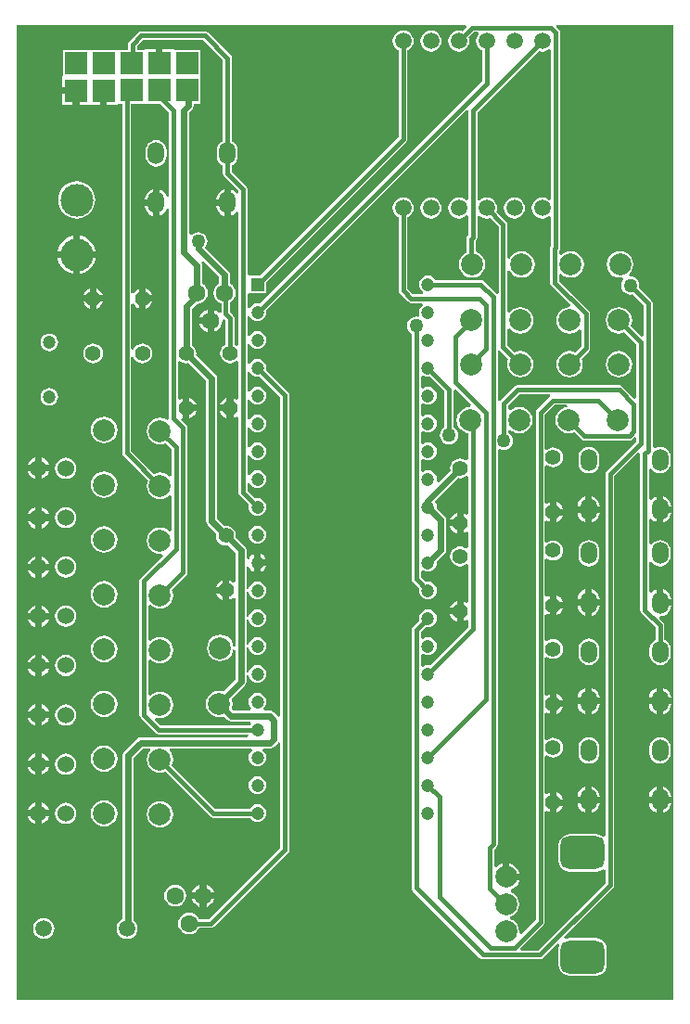
<source format=gtl>
G04*
G04 #@! TF.GenerationSoftware,Altium Limited,Altium Designer,19.1.6 (110)*
G04*
G04 Layer_Physical_Order=1*
G04 Layer_Color=255*
%FSLAX44Y44*%
%MOMM*%
G71*
G01*
G75*
%ADD16C,0.4000*%
%ADD28C,0.6000*%
%ADD29C,1.0000*%
%ADD30C,1.6000*%
%ADD31C,1.2000*%
%ADD32R,1.2000X1.2000*%
%ADD33C,1.4000*%
%ADD34C,2.0000*%
%ADD35O,1.5000X2.0000*%
%ADD36C,1.5240*%
G04:AMPARAMS|DCode=37|XSize=3mm|YSize=4mm|CornerRadius=0.75mm|HoleSize=0mm|Usage=FLASHONLY|Rotation=90.000|XOffset=0mm|YOffset=0mm|HoleType=Round|Shape=RoundedRectangle|*
%AMROUNDEDRECTD37*
21,1,3.0000,2.5000,0,0,90.0*
21,1,1.5000,4.0000,0,0,90.0*
1,1,1.5000,1.2500,0.7500*
1,1,1.5000,1.2500,-0.7500*
1,1,1.5000,-1.2500,-0.7500*
1,1,1.5000,-1.2500,0.7500*
%
%ADD37ROUNDEDRECTD37*%
%ADD38C,1.5000*%
%ADD39C,3.0000*%
%ADD40R,2.0000X2.0000*%
%ADD41C,1.2700*%
G36*
X855000Y375000D02*
X255000D01*
Y1265000D01*
X665419D01*
X666184Y1263152D01*
X661992Y1258960D01*
X661280Y1259256D01*
X658800Y1259582D01*
X656320Y1259256D01*
X654009Y1258298D01*
X652024Y1256776D01*
X650502Y1254791D01*
X649544Y1252480D01*
X649218Y1250000D01*
X649544Y1247520D01*
X650502Y1245209D01*
X652024Y1243225D01*
X654009Y1241702D01*
X656320Y1240745D01*
X658800Y1240418D01*
X661280Y1240745D01*
X663591Y1241702D01*
X665575Y1243225D01*
X667098Y1245209D01*
X668055Y1247520D01*
X668382Y1250000D01*
X668055Y1252480D01*
X667760Y1253193D01*
X672869Y1258302D01*
X676172D01*
X676517Y1257881D01*
X677061Y1256302D01*
X675902Y1254791D01*
X674944Y1252480D01*
X674618Y1250000D01*
X674944Y1247520D01*
X675902Y1245209D01*
X677424Y1243225D01*
X679409Y1241702D01*
X680121Y1241407D01*
Y1213289D01*
X477033Y1010201D01*
X475000Y1010469D01*
X472911Y1010194D01*
X470965Y1009388D01*
X469294Y1008105D01*
X468012Y1006434D01*
X467850Y1006044D01*
X465850Y1006442D01*
Y1018276D01*
X467000Y1019800D01*
X467850Y1019800D01*
X483000D01*
Y1030032D01*
X610884Y1157916D01*
X610884Y1157916D01*
X611768Y1159239D01*
X612078Y1160800D01*
Y1241407D01*
X612791Y1241702D01*
X614775Y1243225D01*
X616298Y1245209D01*
X617255Y1247520D01*
X617582Y1250000D01*
X617255Y1252480D01*
X616298Y1254791D01*
X614775Y1256776D01*
X612791Y1258298D01*
X610480Y1259256D01*
X608000Y1259582D01*
X605520Y1259256D01*
X603209Y1258298D01*
X601224Y1256776D01*
X599702Y1254791D01*
X598744Y1252480D01*
X598418Y1250000D01*
X598744Y1247520D01*
X599702Y1245209D01*
X601224Y1243225D01*
X603209Y1241702D01*
X603921Y1241407D01*
Y1162489D01*
X477232Y1035800D01*
X467850D01*
X467000Y1035800D01*
X465850Y1037324D01*
Y1115060D01*
X465540Y1116621D01*
X464656Y1117944D01*
X464656Y1117944D01*
X451579Y1131021D01*
Y1136406D01*
X452291Y1136702D01*
X454276Y1138224D01*
X455798Y1140209D01*
X456756Y1142520D01*
X457082Y1145000D01*
Y1150000D01*
X456756Y1152480D01*
X455798Y1154791D01*
X454276Y1156775D01*
X452291Y1158298D01*
X451626Y1158574D01*
Y1234440D01*
X451626Y1234440D01*
X451316Y1236001D01*
X450432Y1237324D01*
X450432Y1237324D01*
X429872Y1257884D01*
X428549Y1258768D01*
X426988Y1259078D01*
X426988Y1259078D01*
X369057D01*
X367496Y1258768D01*
X366173Y1257884D01*
X366173Y1257884D01*
X358016Y1249727D01*
X357132Y1248404D01*
X356822Y1246843D01*
X356822Y1246843D01*
Y1242000D01*
X348234D01*
X348000Y1242000D01*
X346166Y1241600D01*
X346000Y1241600D01*
X323400D01*
X321900Y1241600D01*
X320400Y1241600D01*
X297400D01*
Y1218916D01*
X296860Y1217140D01*
X296860Y1215824D01*
Y1207600D01*
X309400D01*
Y1204600D01*
X312400D01*
Y1192060D01*
X331400D01*
Y1204600D01*
X337400D01*
Y1192060D01*
X346389D01*
X346940Y1192060D01*
X348551Y1193000D01*
X348940Y1193000D01*
X351522D01*
Y874400D01*
X351522Y874400D01*
X351832Y872839D01*
X352716Y871516D01*
X375126Y849106D01*
X374309Y847132D01*
X373897Y844000D01*
X374309Y840867D01*
X375518Y837948D01*
X377442Y835441D01*
X379949Y833518D01*
X382868Y832309D01*
X386000Y831896D01*
X389133Y832309D01*
X392052Y833518D01*
X394462Y835367D01*
X395155Y835255D01*
X396462Y834811D01*
Y803189D01*
X395155Y802745D01*
X394462Y802632D01*
X392052Y804482D01*
X389133Y805691D01*
X386000Y806104D01*
X382868Y805691D01*
X379949Y804482D01*
X377442Y802558D01*
X375518Y800052D01*
X374309Y797133D01*
X373897Y794000D01*
X374309Y790867D01*
X375518Y787948D01*
X377442Y785441D01*
X379949Y783518D01*
X382868Y782309D01*
X386000Y781896D01*
X387698Y782120D01*
X388632Y780226D01*
X368464Y760058D01*
X367580Y758735D01*
X367270Y757174D01*
X367270Y757174D01*
Y635000D01*
X367270Y635000D01*
X367580Y633439D01*
X368464Y632116D01*
X382064Y618516D01*
X382064Y618516D01*
X383387Y617632D01*
X384948Y617321D01*
X384948Y617322D01*
X466677D01*
X467102Y616638D01*
X465991Y614638D01*
X368748D01*
X366797Y614250D01*
X365143Y613145D01*
X353499Y601501D01*
X352394Y599847D01*
X352006Y597896D01*
Y448628D01*
X351209Y448298D01*
X349224Y446776D01*
X347702Y444791D01*
X346744Y442480D01*
X346418Y440000D01*
X346744Y437520D01*
X347702Y435209D01*
X349224Y433225D01*
X351209Y431702D01*
X353520Y430745D01*
X356000Y430418D01*
X358480Y430745D01*
X360791Y431702D01*
X362775Y433225D01*
X364298Y435209D01*
X365255Y437520D01*
X365582Y440000D01*
X365255Y442480D01*
X364298Y444791D01*
X362775Y446776D01*
X362202Y447215D01*
Y595784D01*
X370859Y604442D01*
X376802D01*
X377220Y603211D01*
X377352Y602442D01*
X375518Y600052D01*
X374309Y597132D01*
X373897Y594000D01*
X374309Y590867D01*
X375518Y587948D01*
X377442Y585441D01*
X379949Y583518D01*
X382868Y582309D01*
X386000Y581896D01*
X389133Y582309D01*
X391106Y583126D01*
X431916Y542316D01*
X433240Y541432D01*
X434800Y541121D01*
X434800Y541121D01*
X468046D01*
X469294Y539494D01*
X470965Y538212D01*
X472911Y537406D01*
X475000Y537131D01*
X477088Y537406D01*
X479034Y538212D01*
X480705Y539494D01*
X481988Y541165D01*
X482794Y543111D01*
X483069Y545200D01*
X482794Y547288D01*
X481988Y549234D01*
X480705Y550905D01*
X479034Y552188D01*
X477088Y552994D01*
X475000Y553269D01*
X472911Y552994D01*
X470965Y552188D01*
X469294Y550905D01*
X468046Y549278D01*
X436490D01*
X396874Y588894D01*
X397691Y590867D01*
X398104Y594000D01*
X397691Y597132D01*
X396482Y600052D01*
X394648Y602442D01*
X394780Y603211D01*
X395198Y604442D01*
X469575D01*
X470254Y602442D01*
X469294Y601706D01*
X468012Y600034D01*
X467206Y598088D01*
X466931Y596000D01*
X467206Y593911D01*
X468012Y591965D01*
X469294Y590294D01*
X470965Y589012D01*
X472911Y588206D01*
X475000Y587931D01*
X477088Y588206D01*
X479034Y589012D01*
X480705Y590294D01*
X481988Y591965D01*
X482794Y593911D01*
X483069Y596000D01*
X482794Y598088D01*
X481988Y600034D01*
X480705Y601706D01*
X479746Y602442D01*
X480425Y604442D01*
X486604D01*
X488555Y604830D01*
X490209Y605935D01*
X493605Y609331D01*
X493922Y609805D01*
X495922Y609199D01*
Y513727D01*
X430873Y448678D01*
X421834D01*
X421435Y449643D01*
X419832Y451732D01*
X417743Y453335D01*
X415310Y454343D01*
X412700Y454686D01*
X410089Y454343D01*
X407657Y453335D01*
X405568Y451732D01*
X403965Y449643D01*
X402957Y447211D01*
X402614Y444600D01*
X402957Y441990D01*
X403965Y439557D01*
X405568Y437468D01*
X407657Y435865D01*
X410089Y434857D01*
X412700Y434514D01*
X415310Y434857D01*
X417743Y435865D01*
X419832Y437468D01*
X421435Y439557D01*
X421834Y440522D01*
X432562D01*
X432562Y440522D01*
X434123Y440832D01*
X435446Y441716D01*
X502884Y509154D01*
X502884Y509154D01*
X503768Y510477D01*
X504078Y512038D01*
X504078Y926600D01*
X504078Y926600D01*
X503768Y928160D01*
X502884Y929483D01*
X482801Y949566D01*
X483069Y951600D01*
X482794Y953688D01*
X481988Y955634D01*
X480705Y957306D01*
X479034Y958588D01*
X477088Y959394D01*
X475000Y959669D01*
X472911Y959394D01*
X470965Y958588D01*
X469294Y957306D01*
X468012Y955634D01*
X467850Y955245D01*
X465850Y955642D01*
Y972957D01*
X467850Y973355D01*
X468012Y972965D01*
X469294Y971294D01*
X470965Y970012D01*
X472911Y969206D01*
X475000Y968931D01*
X477088Y969206D01*
X479034Y970012D01*
X480705Y971294D01*
X481988Y972965D01*
X482794Y974911D01*
X483069Y977000D01*
X482794Y979088D01*
X481988Y981034D01*
X480705Y982706D01*
X479034Y983988D01*
X477088Y984794D01*
X475000Y985069D01*
X472911Y984794D01*
X470965Y983988D01*
X469294Y982706D01*
X468012Y981034D01*
X467850Y980645D01*
X465850Y981042D01*
Y998357D01*
X467850Y998755D01*
X468012Y998365D01*
X469294Y996694D01*
X470965Y995412D01*
X472911Y994606D01*
X475000Y994331D01*
X477088Y994606D01*
X479034Y995412D01*
X480705Y996694D01*
X481988Y998365D01*
X482794Y1000311D01*
X483069Y1002400D01*
X482801Y1004433D01*
X665586Y1187218D01*
X666848Y1186795D01*
X667498Y1186301D01*
Y1105155D01*
X665858Y1104490D01*
X665498Y1104435D01*
X663591Y1105898D01*
X661280Y1106855D01*
X658800Y1107182D01*
X656320Y1106855D01*
X654009Y1105898D01*
X652024Y1104376D01*
X650502Y1102391D01*
X649544Y1100080D01*
X649218Y1097600D01*
X649544Y1095120D01*
X650502Y1092809D01*
X652024Y1090825D01*
X654009Y1089302D01*
X656320Y1088345D01*
X658800Y1088018D01*
X661280Y1088345D01*
X663591Y1089302D01*
X665498Y1090765D01*
X665858Y1090710D01*
X667498Y1090044D01*
Y1072605D01*
X667116Y1072224D01*
X666232Y1070901D01*
X665922Y1069340D01*
X665922Y1069340D01*
Y1056885D01*
X664948Y1056482D01*
X662442Y1054559D01*
X660518Y1052052D01*
X659309Y1049133D01*
X658897Y1046000D01*
X659309Y1042868D01*
X660518Y1039948D01*
X662442Y1037442D01*
X664948Y1035518D01*
X667868Y1034309D01*
X671000Y1033897D01*
X674133Y1034309D01*
X677052Y1035518D01*
X679559Y1037442D01*
X681482Y1039948D01*
X682691Y1042868D01*
X683104Y1046000D01*
X682691Y1049133D01*
X681482Y1052052D01*
X679559Y1054559D01*
X677052Y1056482D01*
X674133Y1057691D01*
X674079Y1057699D01*
Y1067651D01*
X674460Y1068032D01*
X674460Y1068032D01*
X675344Y1069355D01*
X675654Y1070916D01*
X675654Y1070916D01*
Y1089846D01*
X676724Y1090437D01*
X677654Y1090648D01*
X679409Y1089302D01*
X681720Y1088345D01*
X684200Y1088018D01*
X686680Y1088345D01*
X687392Y1088640D01*
X695184Y1080848D01*
Y1019853D01*
X693493Y1019226D01*
X693184Y1019210D01*
X681710Y1030684D01*
X680387Y1031568D01*
X678826Y1031878D01*
X678826Y1031878D01*
X637534D01*
X636286Y1033505D01*
X634614Y1034788D01*
X632668Y1035594D01*
X630580Y1035869D01*
X628492Y1035594D01*
X626545Y1034788D01*
X624874Y1033505D01*
X623592Y1031834D01*
X622786Y1029888D01*
X622511Y1027800D01*
X622786Y1025711D01*
X623592Y1023765D01*
X624874Y1022094D01*
X626219Y1021062D01*
X626038Y1019783D01*
X625682Y1019062D01*
X617055D01*
X612078Y1024039D01*
Y1089007D01*
X612791Y1089302D01*
X614775Y1090825D01*
X616298Y1092809D01*
X617255Y1095120D01*
X617582Y1097600D01*
X617255Y1100080D01*
X616298Y1102391D01*
X614775Y1104376D01*
X612791Y1105898D01*
X610480Y1106855D01*
X608000Y1107182D01*
X605520Y1106855D01*
X603209Y1105898D01*
X601224Y1104376D01*
X599702Y1102391D01*
X598744Y1100080D01*
X598418Y1097600D01*
X598744Y1095120D01*
X599702Y1092809D01*
X601224Y1090825D01*
X603209Y1089302D01*
X603921Y1089007D01*
Y1022350D01*
X603921Y1022350D01*
X604232Y1020789D01*
X605116Y1019466D01*
X612482Y1012100D01*
X613805Y1011216D01*
X615366Y1010906D01*
X615366Y1010906D01*
X625238D01*
X625917Y1008906D01*
X624874Y1008105D01*
X623592Y1006434D01*
X622786Y1004488D01*
X622511Y1002400D01*
X622786Y1000311D01*
X622922Y999983D01*
X622738Y999524D01*
X621485Y998227D01*
X620000Y998422D01*
X617820Y998135D01*
X615789Y997294D01*
X614045Y995955D01*
X612706Y994211D01*
X611865Y992180D01*
X611578Y990000D01*
X611865Y987820D01*
X612706Y985789D01*
X614045Y984045D01*
X615789Y982706D01*
X615922Y982651D01*
Y758980D01*
X615922Y758980D01*
X616232Y757419D01*
X617116Y756096D01*
X622779Y750433D01*
X622511Y748400D01*
X622786Y746311D01*
X623592Y744365D01*
X624874Y742694D01*
X626545Y741412D01*
X628492Y740606D01*
X630580Y740331D01*
X632668Y740606D01*
X634614Y741412D01*
X636286Y742694D01*
X637568Y744365D01*
X638374Y746311D01*
X638649Y748400D01*
X638374Y750488D01*
X637568Y752434D01*
X636286Y754106D01*
X634614Y755388D01*
X632668Y756194D01*
X630580Y756469D01*
X628546Y756201D01*
X624078Y760669D01*
Y766184D01*
X626078Y767170D01*
X626545Y766812D01*
X628492Y766006D01*
X630580Y765731D01*
X632668Y766006D01*
X634614Y766812D01*
X636286Y768094D01*
X637568Y769765D01*
X638374Y771711D01*
X638649Y773800D01*
X638549Y774559D01*
X645725Y781735D01*
X646830Y783389D01*
X647218Y785340D01*
Y813060D01*
X646830Y815011D01*
X645725Y816665D01*
X638549Y823840D01*
X638649Y824600D01*
X638374Y826688D01*
X637568Y828634D01*
X636820Y829610D01*
X658350Y851140D01*
X660000Y850922D01*
X662350Y851232D01*
X664539Y852138D01*
X665498Y852874D01*
X667498Y851888D01*
Y818793D01*
X665498Y817806D01*
X664811Y818333D01*
X663000Y819083D01*
Y810000D01*
Y800917D01*
X664811Y801667D01*
X665498Y802193D01*
X667498Y801207D01*
Y787735D01*
X665498Y786748D01*
X664539Y787484D01*
X662350Y788391D01*
X660000Y788700D01*
X657651Y788391D01*
X655461Y787484D01*
X653581Y786041D01*
X652139Y784161D01*
X651232Y781972D01*
X650923Y779622D01*
X651232Y777273D01*
X652139Y775084D01*
X653581Y773204D01*
X655461Y771761D01*
X657651Y770854D01*
X660000Y770545D01*
X662350Y770854D01*
X664539Y771761D01*
X665498Y772497D01*
X667498Y771510D01*
Y738415D01*
X665498Y737429D01*
X664811Y737955D01*
X663000Y738706D01*
Y729622D01*
Y720539D01*
X664811Y721289D01*
X665498Y721815D01*
X667498Y720829D01*
Y714885D01*
X632613Y680001D01*
X630580Y680269D01*
X628492Y679994D01*
X626545Y679188D01*
X626092Y678840D01*
X624092Y679827D01*
Y689973D01*
X626092Y690959D01*
X626545Y690612D01*
X628492Y689806D01*
X630580Y689531D01*
X632668Y689806D01*
X634614Y690612D01*
X636286Y691894D01*
X637568Y693565D01*
X638374Y695511D01*
X638649Y697600D01*
X638374Y699688D01*
X637568Y701634D01*
X636286Y703306D01*
X634614Y704588D01*
X632668Y705394D01*
X630580Y705669D01*
X628492Y705394D01*
X626545Y704588D01*
X626092Y704240D01*
X624092Y705227D01*
Y710745D01*
X628546Y715199D01*
X630580Y714931D01*
X632668Y715206D01*
X634614Y716012D01*
X636286Y717294D01*
X637568Y718965D01*
X638374Y720911D01*
X638649Y723000D01*
X638374Y725088D01*
X637568Y727034D01*
X636286Y728706D01*
X634614Y729988D01*
X632668Y730794D01*
X630580Y731069D01*
X628492Y730794D01*
X626545Y729988D01*
X624874Y728706D01*
X623592Y727034D01*
X622786Y725088D01*
X622511Y723000D01*
X622779Y720966D01*
X617130Y715318D01*
X616246Y713995D01*
X615936Y712434D01*
X615936Y712434D01*
Y476825D01*
X615936Y476825D01*
X616246Y475264D01*
X617130Y473941D01*
X678036Y413036D01*
X679359Y412151D01*
X680920Y411841D01*
X732911D01*
X732911Y411841D01*
X734472Y412151D01*
X735795Y413036D01*
X749027Y426268D01*
X750723Y425135D01*
X750245Y423980D01*
X749918Y421500D01*
Y406500D01*
X750245Y404020D01*
X751202Y401709D01*
X752725Y399725D01*
X754709Y398202D01*
X757020Y397245D01*
X759500Y396918D01*
X784500D01*
X786980Y397245D01*
X789291Y398202D01*
X791275Y399725D01*
X792798Y401709D01*
X793755Y404020D01*
X794082Y406500D01*
Y421500D01*
X793755Y423980D01*
X792798Y426291D01*
X791275Y428276D01*
X789291Y429798D01*
X786980Y430756D01*
X784500Y431082D01*
X759500D01*
X757020Y430756D01*
X755866Y430277D01*
X754733Y431973D01*
X799682Y476922D01*
X799682Y476922D01*
X800566Y478245D01*
X800876Y479806D01*
Y852948D01*
X822727Y874799D01*
X824570Y873814D01*
X824470Y873307D01*
X824470Y873307D01*
Y730486D01*
X824470Y730486D01*
X824780Y728925D01*
X825664Y727602D01*
X838422Y714845D01*
Y703593D01*
X837709Y703298D01*
X835725Y701776D01*
X834202Y699791D01*
X833245Y697480D01*
X832918Y695000D01*
Y690000D01*
X833245Y687520D01*
X834202Y685209D01*
X835725Y683224D01*
X837709Y681702D01*
X840020Y680744D01*
X842500Y680418D01*
X844980Y680744D01*
X847291Y681702D01*
X849276Y683224D01*
X850798Y685209D01*
X851756Y687520D01*
X852082Y690000D01*
Y695000D01*
X851756Y697480D01*
X850798Y699791D01*
X849276Y701776D01*
X847291Y703298D01*
X846579Y703593D01*
Y716534D01*
X846579Y716534D01*
X846268Y718095D01*
X845384Y719418D01*
X845384Y719418D01*
X841861Y722940D01*
X842294Y724250D01*
X842727Y724903D01*
X845121Y725219D01*
X847563Y726230D01*
X849661Y727840D01*
X851270Y729937D01*
X852282Y732379D01*
X852561Y734500D01*
X842500D01*
Y737500D01*
X839500D01*
Y749625D01*
X837437Y748770D01*
X835340Y747161D01*
X834626Y746231D01*
X832626Y746910D01*
Y773977D01*
X834626Y774656D01*
X835725Y773224D01*
X837709Y771702D01*
X840020Y770744D01*
X842500Y770418D01*
X844980Y770744D01*
X847291Y771702D01*
X849276Y773224D01*
X850798Y775209D01*
X851756Y777520D01*
X852082Y780000D01*
Y785000D01*
X851756Y787480D01*
X850798Y789791D01*
X849276Y791775D01*
X847291Y793298D01*
X844980Y794255D01*
X842500Y794582D01*
X840020Y794255D01*
X837709Y793298D01*
X835725Y791775D01*
X834626Y790344D01*
X832626Y791023D01*
Y813090D01*
X834626Y813769D01*
X835340Y812840D01*
X837437Y811230D01*
X839500Y810376D01*
Y822500D01*
Y834625D01*
X837437Y833770D01*
X835340Y832161D01*
X834626Y831231D01*
X832626Y831910D01*
Y858977D01*
X834626Y859656D01*
X835725Y858224D01*
X837709Y856702D01*
X840020Y855744D01*
X842500Y855418D01*
X844980Y855744D01*
X847291Y856702D01*
X849276Y858224D01*
X850798Y860209D01*
X851756Y862520D01*
X852082Y865000D01*
Y870000D01*
X851756Y872480D01*
X850798Y874791D01*
X849276Y876775D01*
X847291Y878298D01*
X844980Y879255D01*
X842500Y879582D01*
X840020Y879255D01*
X837709Y878298D01*
X837699Y878290D01*
X835699Y879276D01*
Y1010642D01*
X835388Y1012202D01*
X834504Y1013525D01*
X834504Y1013525D01*
X823420Y1024610D01*
X823475Y1024742D01*
X823762Y1026922D01*
X823475Y1029102D01*
X822634Y1031133D01*
X821295Y1032877D01*
X819551Y1034216D01*
X817520Y1035057D01*
X815340Y1035344D01*
X815063Y1035308D01*
X814270Y1037221D01*
X814558Y1037441D01*
X816482Y1039948D01*
X817691Y1042867D01*
X818103Y1046000D01*
X817691Y1049133D01*
X816482Y1052052D01*
X814558Y1054558D01*
X812052Y1056482D01*
X809133Y1057691D01*
X806000Y1058103D01*
X802867Y1057691D01*
X799948Y1056482D01*
X797441Y1054558D01*
X795518Y1052052D01*
X794309Y1049133D01*
X793896Y1046000D01*
X794309Y1042867D01*
X795518Y1039948D01*
X797441Y1037441D01*
X799948Y1035518D01*
X802867Y1034309D01*
X806000Y1033896D01*
X807884Y1034144D01*
X808913Y1032263D01*
X808046Y1031133D01*
X807205Y1029102D01*
X806918Y1026922D01*
X807205Y1024742D01*
X808046Y1022711D01*
X809385Y1020967D01*
X811129Y1019628D01*
X813160Y1018787D01*
X815340Y1018500D01*
X817520Y1018787D01*
X817653Y1018842D01*
X827542Y1008952D01*
Y980839D01*
X825694Y980073D01*
X815874Y989894D01*
X816691Y991867D01*
X817104Y995000D01*
X816691Y998132D01*
X815482Y1001052D01*
X813559Y1003558D01*
X811052Y1005482D01*
X808133Y1006691D01*
X805000Y1007103D01*
X801868Y1006691D01*
X798948Y1005482D01*
X796442Y1003558D01*
X794518Y1001052D01*
X793309Y998132D01*
X792897Y995000D01*
X793309Y991867D01*
X794518Y988948D01*
X796442Y986441D01*
X798948Y984518D01*
X801868Y983309D01*
X805000Y982896D01*
X808133Y983309D01*
X810106Y984126D01*
X821002Y973230D01*
Y924460D01*
X819154Y923695D01*
X808293Y934556D01*
X806970Y935440D01*
X805409Y935750D01*
X805409Y935750D01*
X712216D01*
X712216Y935750D01*
X710655Y935440D01*
X709332Y934556D01*
X697116Y922340D01*
X696450Y921343D01*
X694976Y921481D01*
X694450Y921676D01*
Y967139D01*
X696141Y967766D01*
X696450Y967782D01*
X704126Y960106D01*
X703309Y958132D01*
X702896Y955000D01*
X703309Y951867D01*
X704518Y948948D01*
X706441Y946441D01*
X708948Y944518D01*
X711867Y943309D01*
X715000Y942896D01*
X718132Y943309D01*
X721052Y944518D01*
X723558Y946441D01*
X725482Y948948D01*
X726691Y951867D01*
X727103Y955000D01*
X726691Y958132D01*
X725482Y961052D01*
X723558Y963558D01*
X721052Y965482D01*
X718132Y966691D01*
X715000Y967103D01*
X711867Y966691D01*
X709894Y965874D01*
X703340Y972427D01*
Y987197D01*
X705340Y987876D01*
X706441Y986441D01*
X708948Y984518D01*
X711867Y983309D01*
X715000Y982896D01*
X718132Y983309D01*
X721052Y984518D01*
X723558Y986441D01*
X725482Y988948D01*
X726691Y991867D01*
X727103Y995000D01*
X726691Y998132D01*
X725482Y1001052D01*
X723558Y1003558D01*
X721052Y1005482D01*
X718132Y1006691D01*
X715000Y1007103D01*
X711867Y1006691D01*
X708948Y1005482D01*
X706441Y1003558D01*
X705340Y1002123D01*
X703340Y1002802D01*
Y1039979D01*
X705340Y1040377D01*
X705518Y1039948D01*
X707442Y1037441D01*
X709948Y1035518D01*
X712868Y1034309D01*
X716000Y1033896D01*
X719133Y1034309D01*
X722052Y1035518D01*
X724559Y1037441D01*
X726482Y1039948D01*
X727691Y1042867D01*
X728104Y1046000D01*
X727691Y1049133D01*
X726482Y1052052D01*
X724559Y1054558D01*
X722052Y1056482D01*
X719133Y1057691D01*
X716000Y1058103D01*
X712868Y1057691D01*
X709948Y1056482D01*
X707442Y1054558D01*
X705518Y1052052D01*
X705340Y1051623D01*
X703340Y1052020D01*
Y1082538D01*
X703340Y1082538D01*
X703030Y1084099D01*
X702146Y1085422D01*
X702146Y1085422D01*
X693160Y1094407D01*
X693455Y1095120D01*
X693782Y1097600D01*
X693455Y1100080D01*
X692498Y1102391D01*
X690975Y1104376D01*
X688991Y1105898D01*
X686680Y1106855D01*
X684200Y1107182D01*
X681720Y1106855D01*
X679409Y1105898D01*
X677654Y1104552D01*
X676724Y1104763D01*
X675654Y1105354D01*
Y1184887D01*
X731807Y1241040D01*
X732520Y1240745D01*
X735000Y1240418D01*
X737480Y1240745D01*
X739791Y1241702D01*
X741190Y1242775D01*
X743190Y1241979D01*
Y1105621D01*
X741190Y1104825D01*
X739791Y1105898D01*
X737480Y1106855D01*
X735000Y1107182D01*
X732520Y1106855D01*
X730209Y1105898D01*
X728224Y1104376D01*
X726702Y1102391D01*
X725744Y1100080D01*
X725418Y1097600D01*
X725744Y1095120D01*
X726702Y1092809D01*
X728224Y1090825D01*
X730209Y1089302D01*
X732520Y1088345D01*
X735000Y1088018D01*
X737480Y1088345D01*
X739791Y1089302D01*
X741190Y1090375D01*
X743190Y1089579D01*
Y1063067D01*
X742484Y1062011D01*
X742174Y1060450D01*
X742174Y1060450D01*
Y1029462D01*
X742174Y1029462D01*
X742484Y1027901D01*
X743368Y1026578D01*
X760951Y1008995D01*
X760017Y1007101D01*
X760000Y1007103D01*
X756867Y1006691D01*
X753948Y1005482D01*
X751441Y1003558D01*
X749518Y1001052D01*
X748309Y998132D01*
X747896Y995000D01*
X748309Y991867D01*
X749518Y988948D01*
X751441Y986441D01*
X753948Y984518D01*
X756867Y983309D01*
X760000Y982896D01*
X763133Y983309D01*
X766052Y984518D01*
X768559Y986441D01*
X768622Y986524D01*
X770622Y985845D01*
Y971389D01*
X765106Y965874D01*
X763133Y966691D01*
X760000Y967103D01*
X756867Y966691D01*
X753948Y965482D01*
X751441Y963558D01*
X749518Y961052D01*
X748309Y958132D01*
X747896Y955000D01*
X748309Y951867D01*
X749518Y948948D01*
X751441Y946441D01*
X753948Y944518D01*
X756867Y943309D01*
X760000Y942896D01*
X763133Y943309D01*
X766052Y944518D01*
X768559Y946441D01*
X770482Y948948D01*
X771691Y951867D01*
X772104Y955000D01*
X771691Y958132D01*
X770874Y960106D01*
X777584Y966816D01*
X778468Y968139D01*
X778778Y969700D01*
X778778Y969700D01*
Y1001014D01*
X778468Y1002575D01*
X777584Y1003898D01*
X777584Y1003898D01*
X750330Y1031151D01*
Y1036908D01*
X752330Y1037587D01*
X752442Y1037441D01*
X754949Y1035518D01*
X757868Y1034309D01*
X761000Y1033896D01*
X764133Y1034309D01*
X767052Y1035518D01*
X769559Y1037441D01*
X771482Y1039948D01*
X772691Y1042867D01*
X773104Y1046000D01*
X772691Y1049133D01*
X771482Y1052052D01*
X769559Y1054558D01*
X767052Y1056482D01*
X764133Y1057691D01*
X761000Y1058103D01*
X757868Y1057691D01*
X754949Y1056482D01*
X752442Y1054558D01*
X752330Y1054413D01*
X750330Y1055092D01*
Y1058849D01*
X751036Y1059905D01*
X751346Y1061466D01*
X751346Y1061466D01*
Y1257732D01*
X751346Y1257732D01*
X751036Y1259293D01*
X750152Y1260616D01*
X750152Y1260616D01*
X747615Y1263152D01*
X748381Y1265000D01*
X855000D01*
Y375000D01*
D02*
G37*
G36*
X394194Y1185039D02*
Y1108005D01*
X392282Y1107621D01*
X391270Y1110063D01*
X389661Y1112161D01*
X387563Y1113770D01*
X385500Y1114625D01*
Y1102500D01*
Y1090376D01*
X387563Y1091230D01*
X389661Y1092840D01*
X391270Y1094937D01*
X392282Y1097379D01*
X394194Y1096995D01*
Y905764D01*
X394194Y905764D01*
X394288Y905287D01*
X392474Y904159D01*
X392052Y904482D01*
X389133Y905691D01*
X386000Y906104D01*
X382868Y905691D01*
X379949Y904482D01*
X377442Y902559D01*
X375518Y900052D01*
X374309Y897133D01*
X373897Y894000D01*
X374309Y890868D01*
X375518Y887949D01*
X377442Y885442D01*
X379949Y883518D01*
X382868Y882309D01*
X386000Y881897D01*
X389133Y882309D01*
X391106Y883127D01*
X396462Y877770D01*
Y853188D01*
X395155Y852745D01*
X394462Y852632D01*
X392052Y854482D01*
X389133Y855691D01*
X386000Y856103D01*
X382868Y855691D01*
X380894Y854874D01*
X359678Y876089D01*
Y961175D01*
X361678Y961573D01*
X362139Y960461D01*
X363581Y958581D01*
X365461Y957138D01*
X367651Y956232D01*
X370000Y955922D01*
X372350Y956232D01*
X374539Y957138D01*
X376419Y958581D01*
X377862Y960461D01*
X378769Y962650D01*
X379078Y965000D01*
X378769Y967349D01*
X377862Y969539D01*
X376419Y971419D01*
X374539Y972861D01*
X372350Y973768D01*
X370000Y974078D01*
X367651Y973768D01*
X365461Y972861D01*
X363581Y971419D01*
X362139Y969539D01*
X361678Y968427D01*
X359678Y968825D01*
Y1009764D01*
X361667Y1010189D01*
X363196Y1008196D01*
X365189Y1006667D01*
X367000Y1005917D01*
Y1015000D01*
Y1024084D01*
X365189Y1023333D01*
X363196Y1021804D01*
X361667Y1019811D01*
X359678Y1020236D01*
Y1193000D01*
X372000D01*
Y1193000D01*
X373400D01*
Y1193000D01*
X386232D01*
X394194Y1185039D01*
D02*
G37*
G36*
X443470Y1232751D02*
Y1158613D01*
X442709Y1158298D01*
X440725Y1156775D01*
X439202Y1154791D01*
X438245Y1152480D01*
X437918Y1150000D01*
Y1145000D01*
X438245Y1142520D01*
X439202Y1140209D01*
X440725Y1138224D01*
X442709Y1136702D01*
X443422Y1136406D01*
Y1129332D01*
X443422Y1129332D01*
X443732Y1127771D01*
X444616Y1126448D01*
X457694Y1113371D01*
Y1111494D01*
X455694Y1110815D01*
X454661Y1112161D01*
X452564Y1113770D01*
X450500Y1114625D01*
Y1102500D01*
Y1090376D01*
X452564Y1091230D01*
X454661Y1092840D01*
X455694Y1094185D01*
X457694Y1093507D01*
Y972907D01*
X455694Y971976D01*
X454539Y972862D01*
X454078Y973053D01*
Y997052D01*
X454079Y997052D01*
X453768Y998613D01*
X452884Y999936D01*
X452884Y999936D01*
X450226Y1002594D01*
Y1011406D01*
X452132Y1012868D01*
X453735Y1014957D01*
X454743Y1017390D01*
X455086Y1020000D01*
X454743Y1022610D01*
X453735Y1025043D01*
X452132Y1027132D01*
X450098Y1028693D01*
Y1036911D01*
X449710Y1038861D01*
X448605Y1040515D01*
X427442Y1061678D01*
X428294Y1062789D01*
X429135Y1064820D01*
X429422Y1067000D01*
X429135Y1069180D01*
X428294Y1071211D01*
X426955Y1072955D01*
X425211Y1074294D01*
X423180Y1075135D01*
X421000Y1075422D01*
X418820Y1075135D01*
X416789Y1074294D01*
X415098Y1072996D01*
X414846Y1073032D01*
X413098Y1073704D01*
Y1184888D01*
X415225Y1187015D01*
X416330Y1188669D01*
X416718Y1190620D01*
Y1193000D01*
X422800D01*
Y1216000D01*
X422800Y1217500D01*
X422800Y1219000D01*
Y1242000D01*
X399716D01*
X397940Y1242540D01*
X397024Y1242540D01*
X388400D01*
Y1230000D01*
X382400D01*
Y1242540D01*
X373776D01*
X372860Y1242540D01*
X371084Y1242000D01*
X364978D01*
Y1245154D01*
X370746Y1250922D01*
X425299D01*
X443470Y1232751D01*
D02*
G37*
G36*
X439902Y1034799D02*
Y1028693D01*
X437868Y1027132D01*
X436265Y1025043D01*
X435257Y1022610D01*
X434914Y1020000D01*
X435257Y1017390D01*
X436265Y1014957D01*
X437868Y1012868D01*
X439957Y1011265D01*
X442070Y1010390D01*
Y1002467D01*
X440070Y1001788D01*
X439817Y1002117D01*
X437616Y1003807D01*
X435300Y1004766D01*
Y994600D01*
Y984434D01*
X437616Y985393D01*
X439817Y987083D01*
X441507Y989285D01*
X442569Y991849D01*
X442931Y994600D01*
X442822Y995425D01*
X444564Y996290D01*
X445922Y995208D01*
Y973053D01*
X445461Y972862D01*
X443581Y971419D01*
X442139Y969539D01*
X441232Y967350D01*
X440923Y965000D01*
X441232Y962651D01*
X442139Y960462D01*
X443581Y958581D01*
X445461Y957139D01*
X447651Y956232D01*
X450000Y955923D01*
X452350Y956232D01*
X454539Y957139D01*
X455694Y958025D01*
X457694Y957094D01*
Y923643D01*
X455694Y922657D01*
X454811Y923334D01*
X453000Y924084D01*
Y915001D01*
Y905917D01*
X454811Y906667D01*
X455694Y907344D01*
X457694Y906358D01*
Y837828D01*
X457694Y837828D01*
X458004Y836267D01*
X458888Y834944D01*
X467198Y826633D01*
X466931Y824600D01*
X467206Y822511D01*
X468012Y820565D01*
X469294Y818894D01*
X470965Y817612D01*
X472911Y816806D01*
X475000Y816531D01*
X477088Y816806D01*
X479034Y817612D01*
X480705Y818894D01*
X481988Y820565D01*
X482794Y822511D01*
X483069Y824600D01*
X482794Y826688D01*
X481988Y828634D01*
X480705Y830305D01*
X479034Y831588D01*
X477088Y832394D01*
X475000Y832669D01*
X472966Y832401D01*
X465850Y839517D01*
Y845957D01*
X467850Y846355D01*
X468012Y845965D01*
X469294Y844294D01*
X470965Y843012D01*
X472911Y842206D01*
X475000Y841931D01*
X477088Y842206D01*
X479034Y843012D01*
X480705Y844294D01*
X481988Y845965D01*
X482794Y847911D01*
X483069Y850000D01*
X482794Y852088D01*
X481988Y854034D01*
X480705Y855705D01*
X479034Y856988D01*
X477088Y857794D01*
X475000Y858069D01*
X472911Y857794D01*
X470965Y856988D01*
X469294Y855705D01*
X468012Y854034D01*
X467850Y853644D01*
X465850Y854042D01*
Y871357D01*
X467850Y871755D01*
X468012Y871365D01*
X469294Y869694D01*
X470965Y868412D01*
X472911Y867606D01*
X475000Y867331D01*
X477088Y867606D01*
X479034Y868412D01*
X480705Y869694D01*
X481988Y871365D01*
X482794Y873311D01*
X483069Y875400D01*
X482794Y877488D01*
X481988Y879434D01*
X480705Y881105D01*
X479034Y882388D01*
X477088Y883194D01*
X475000Y883469D01*
X472911Y883194D01*
X470965Y882388D01*
X469294Y881105D01*
X468012Y879434D01*
X467850Y879044D01*
X465850Y879442D01*
Y896757D01*
X467850Y897155D01*
X468012Y896765D01*
X469294Y895094D01*
X470965Y893812D01*
X472911Y893006D01*
X475000Y892731D01*
X477088Y893006D01*
X479034Y893812D01*
X480705Y895094D01*
X481988Y896765D01*
X482794Y898711D01*
X483069Y900800D01*
X482794Y902888D01*
X481988Y904834D01*
X480705Y906506D01*
X479034Y907788D01*
X477088Y908594D01*
X475000Y908869D01*
X472911Y908594D01*
X470965Y907788D01*
X469294Y906506D01*
X468012Y904834D01*
X467850Y904445D01*
X465850Y904842D01*
Y922157D01*
X467850Y922555D01*
X468012Y922165D01*
X469294Y920494D01*
X470965Y919212D01*
X472911Y918406D01*
X475000Y918131D01*
X477088Y918406D01*
X479034Y919212D01*
X480705Y920494D01*
X481988Y922165D01*
X482794Y924111D01*
X483069Y926200D01*
X482794Y928288D01*
X481988Y930234D01*
X480705Y931906D01*
X479034Y933188D01*
X477088Y933994D01*
X475000Y934269D01*
X472911Y933994D01*
X470965Y933188D01*
X469294Y931906D01*
X468012Y930234D01*
X467850Y929845D01*
X465850Y930242D01*
Y947557D01*
X467850Y947955D01*
X468012Y947565D01*
X469294Y945894D01*
X470965Y944612D01*
X472911Y943806D01*
X475000Y943531D01*
X477033Y943799D01*
X495922Y924910D01*
X495922Y633737D01*
X493922Y633131D01*
X493605Y633605D01*
X489621Y637589D01*
X487967Y638694D01*
X486016Y639082D01*
X481368D01*
X480690Y641082D01*
X480705Y641094D01*
X481988Y642765D01*
X482794Y644711D01*
X483069Y646800D01*
X482794Y648888D01*
X481988Y650834D01*
X480705Y652505D01*
X479034Y653788D01*
X477088Y654594D01*
X475000Y654869D01*
X472911Y654594D01*
X470965Y653788D01*
X469294Y652505D01*
X468012Y650834D01*
X467206Y648888D01*
X466931Y646800D01*
X467206Y644711D01*
X468012Y642765D01*
X469294Y641094D01*
X469310Y641082D01*
X468631Y639082D01*
X453128D01*
X451296Y640913D01*
X451691Y641867D01*
X452104Y645000D01*
X451691Y648133D01*
X451296Y649086D01*
X463605Y661395D01*
X464710Y663049D01*
X465098Y665000D01*
Y670799D01*
X467098Y670930D01*
X467206Y670111D01*
X468012Y668165D01*
X469294Y666494D01*
X470965Y665212D01*
X472911Y664406D01*
X475000Y664131D01*
X477088Y664406D01*
X479034Y665212D01*
X480705Y666494D01*
X481988Y668165D01*
X482794Y670111D01*
X483069Y672200D01*
X482794Y674288D01*
X481988Y676234D01*
X480705Y677906D01*
X479034Y679188D01*
X477088Y679994D01*
X475000Y680269D01*
X472911Y679994D01*
X470965Y679188D01*
X469294Y677906D01*
X468012Y676234D01*
X467206Y674288D01*
X467098Y673469D01*
X465098Y673601D01*
Y696199D01*
X467098Y696330D01*
X467206Y695511D01*
X468012Y693565D01*
X469294Y691894D01*
X470965Y690612D01*
X472911Y689806D01*
X475000Y689531D01*
X477088Y689806D01*
X479034Y690612D01*
X480705Y691894D01*
X481988Y693565D01*
X482794Y695511D01*
X483069Y697600D01*
X482794Y699688D01*
X481988Y701634D01*
X480705Y703306D01*
X479034Y704588D01*
X477088Y705394D01*
X475000Y705669D01*
X472911Y705394D01*
X470965Y704588D01*
X469294Y703306D01*
X468012Y701634D01*
X467206Y699688D01*
X467098Y698869D01*
X465098Y699001D01*
Y721599D01*
X467098Y721730D01*
X467206Y720911D01*
X468012Y718965D01*
X469294Y717294D01*
X470965Y716012D01*
X472911Y715206D01*
X475000Y714931D01*
X477088Y715206D01*
X479034Y716012D01*
X480705Y717294D01*
X481988Y718965D01*
X482794Y720911D01*
X483069Y723000D01*
X482794Y725088D01*
X481988Y727034D01*
X480705Y728706D01*
X479034Y729988D01*
X477088Y730794D01*
X475000Y731069D01*
X472911Y730794D01*
X470965Y729988D01*
X469294Y728706D01*
X468012Y727034D01*
X467206Y725088D01*
X467098Y724269D01*
X465098Y724401D01*
Y746999D01*
X467098Y747130D01*
X467206Y746311D01*
X468012Y744365D01*
X469294Y742694D01*
X470965Y741412D01*
X472911Y740606D01*
X475000Y740331D01*
X477088Y740606D01*
X479034Y741412D01*
X480705Y742694D01*
X481988Y744365D01*
X482794Y746311D01*
X483069Y748400D01*
X482794Y750488D01*
X481988Y752434D01*
X480705Y754106D01*
X479034Y755388D01*
X477088Y756194D01*
X475000Y756469D01*
X472911Y756194D01*
X470965Y755388D01*
X469294Y754106D01*
X468012Y752434D01*
X467206Y750488D01*
X467098Y749669D01*
X465098Y749801D01*
Y770163D01*
X467098Y770561D01*
X467540Y769493D01*
X468909Y767709D01*
X470693Y766340D01*
X472000Y765799D01*
Y773800D01*
Y781801D01*
X470693Y781260D01*
X468909Y779891D01*
X467540Y778107D01*
X467098Y777039D01*
X465098Y777437D01*
Y785000D01*
X464710Y786951D01*
X463605Y788605D01*
X455130Y797079D01*
X455348Y798730D01*
X455038Y801079D01*
X454131Y803269D01*
X452689Y805149D01*
X450809Y806591D01*
X448619Y807498D01*
X446270Y807808D01*
X444619Y807590D01*
X438377Y813832D01*
Y941721D01*
X437989Y943672D01*
X436884Y945326D01*
X418860Y963350D01*
X419078Y965000D01*
X418768Y967350D01*
X417862Y969539D01*
X416419Y971419D01*
X415098Y972433D01*
Y1005582D01*
X419449Y1009934D01*
X419600Y1009914D01*
X422211Y1010257D01*
X424643Y1011265D01*
X426732Y1012868D01*
X428335Y1014957D01*
X429343Y1017390D01*
X429686Y1020000D01*
X429343Y1022610D01*
X428335Y1025043D01*
X426732Y1027132D01*
X424698Y1028693D01*
Y1045400D01*
X424310Y1047351D01*
X423883Y1047989D01*
X425437Y1049264D01*
X439902Y1034799D01*
D02*
G37*
G36*
X626545Y944612D02*
X628492Y943806D01*
X630580Y943531D01*
X632613Y943799D01*
X645922Y930490D01*
Y897349D01*
X645789Y897294D01*
X644045Y895955D01*
X642706Y894211D01*
X641865Y892180D01*
X641578Y890000D01*
X641865Y887820D01*
X642706Y885789D01*
X644045Y884045D01*
X645789Y882706D01*
X647820Y881865D01*
X650000Y881578D01*
X652180Y881865D01*
X654211Y882706D01*
X655955Y884045D01*
X657294Y885789D01*
X658135Y887820D01*
X658422Y890000D01*
X658135Y892180D01*
X657294Y894211D01*
X655955Y895955D01*
X654211Y897294D01*
X654078Y897349D01*
Y931430D01*
X656023Y932313D01*
X670399Y917937D01*
X669465Y916042D01*
X669000Y916104D01*
X665867Y915691D01*
X662948Y914482D01*
X660441Y912559D01*
X658518Y910052D01*
X657309Y907133D01*
X656896Y904000D01*
X657309Y900868D01*
X658518Y897948D01*
X660441Y895442D01*
X662948Y893518D01*
X665867Y892309D01*
X667498Y892094D01*
Y868112D01*
X665498Y867126D01*
X664539Y867861D01*
X662350Y868768D01*
X660000Y869077D01*
X657651Y868768D01*
X655461Y867861D01*
X653581Y866419D01*
X652139Y864539D01*
X651232Y862349D01*
X650923Y860000D01*
X651140Y858349D01*
X640242Y847451D01*
X638450Y848487D01*
X638649Y850000D01*
X638374Y852088D01*
X637568Y854034D01*
X636286Y855705D01*
X634614Y856988D01*
X632668Y857794D01*
X630580Y858069D01*
X628492Y857794D01*
X626545Y856988D01*
X626078Y856629D01*
X624078Y857616D01*
Y867784D01*
X626078Y868770D01*
X626545Y868412D01*
X628492Y867606D01*
X630580Y867331D01*
X632668Y867606D01*
X634614Y868412D01*
X636286Y869694D01*
X637568Y871365D01*
X638374Y873311D01*
X638649Y875400D01*
X638374Y877488D01*
X637568Y879434D01*
X636286Y881105D01*
X634614Y882388D01*
X632668Y883194D01*
X630580Y883469D01*
X628492Y883194D01*
X626545Y882388D01*
X626078Y882029D01*
X624078Y883016D01*
Y893184D01*
X626078Y894170D01*
X626545Y893812D01*
X628492Y893006D01*
X630580Y892731D01*
X632668Y893006D01*
X634614Y893812D01*
X636286Y895094D01*
X637568Y896765D01*
X638374Y898711D01*
X638649Y900800D01*
X638374Y902888D01*
X637568Y904834D01*
X636286Y906506D01*
X634614Y907788D01*
X632668Y908594D01*
X630580Y908869D01*
X628492Y908594D01*
X626545Y907788D01*
X626078Y907429D01*
X624078Y908416D01*
Y918584D01*
X626078Y919570D01*
X626545Y919212D01*
X628492Y918406D01*
X630580Y918131D01*
X632668Y918406D01*
X634614Y919212D01*
X636286Y920494D01*
X637568Y922165D01*
X638374Y924111D01*
X638649Y926200D01*
X638374Y928288D01*
X637568Y930234D01*
X636286Y931906D01*
X634614Y933188D01*
X632668Y933994D01*
X630580Y934269D01*
X628492Y933994D01*
X626545Y933188D01*
X626078Y932829D01*
X624078Y933816D01*
Y943984D01*
X626078Y944970D01*
X626545Y944612D01*
D02*
G37*
G36*
X405461Y957139D02*
X407651Y956232D01*
X410000Y955923D01*
X411651Y956140D01*
X428181Y939609D01*
Y811720D01*
X428569Y809770D01*
X429675Y808116D01*
X437410Y800381D01*
X437192Y798730D01*
X437502Y796380D01*
X438408Y794191D01*
X439851Y792311D01*
X441731Y790869D01*
X443920Y789962D01*
X446270Y789652D01*
X447921Y789870D01*
X454902Y782888D01*
Y756437D01*
X453636Y755812D01*
X452902Y755666D01*
X451081Y757063D01*
X449270Y757813D01*
Y748730D01*
Y739647D01*
X451081Y740397D01*
X452902Y741794D01*
X453636Y741648D01*
X454902Y741023D01*
Y697661D01*
X452902Y697530D01*
X452691Y699133D01*
X451482Y702052D01*
X449558Y704559D01*
X447052Y706482D01*
X444132Y707691D01*
X441000Y708104D01*
X437867Y707691D01*
X434948Y706482D01*
X432441Y704559D01*
X430518Y702052D01*
X429309Y699133D01*
X428896Y696000D01*
X429309Y692868D01*
X430518Y689948D01*
X432441Y687442D01*
X434948Y685518D01*
X437867Y684309D01*
X441000Y683897D01*
X444132Y684309D01*
X447052Y685518D01*
X449558Y687442D01*
X451482Y689948D01*
X452691Y692868D01*
X452902Y694470D01*
X454902Y694339D01*
Y667112D01*
X444087Y656296D01*
X443133Y656691D01*
X440000Y657104D01*
X436867Y656691D01*
X433948Y655482D01*
X431442Y653559D01*
X429518Y651052D01*
X428309Y648133D01*
X427897Y645000D01*
X428309Y641867D01*
X429518Y638948D01*
X431442Y636441D01*
X433948Y634518D01*
X436867Y633309D01*
X440000Y632896D01*
X443133Y633309D01*
X444087Y633704D01*
X447411Y630379D01*
X449065Y629274D01*
X451016Y628886D01*
X468329D01*
X468927Y627783D01*
X469090Y627045D01*
X467856Y625478D01*
X386637D01*
X381338Y630778D01*
X382471Y632474D01*
X382868Y632309D01*
X386000Y631897D01*
X389133Y632309D01*
X392052Y633518D01*
X394559Y635442D01*
X396482Y637948D01*
X397691Y640868D01*
X398104Y644000D01*
X397691Y647133D01*
X396482Y650052D01*
X394559Y652559D01*
X392052Y654482D01*
X389133Y655691D01*
X386000Y656104D01*
X382868Y655691D01*
X379949Y654482D01*
X377442Y652559D01*
X377426Y652539D01*
X375426Y653218D01*
Y684783D01*
X377426Y685462D01*
X377442Y685442D01*
X379949Y683518D01*
X382868Y682309D01*
X386000Y681897D01*
X389133Y682309D01*
X392052Y683518D01*
X394559Y685442D01*
X396482Y687948D01*
X397691Y690867D01*
X398104Y694000D01*
X397691Y697133D01*
X396482Y700052D01*
X394559Y702559D01*
X392052Y704482D01*
X389133Y705691D01*
X386000Y706104D01*
X382868Y705691D01*
X379949Y704482D01*
X377442Y702559D01*
X377426Y702539D01*
X375426Y703217D01*
Y734783D01*
X377426Y735462D01*
X377442Y735442D01*
X379949Y733518D01*
X382868Y732309D01*
X386000Y731897D01*
X389133Y732309D01*
X392052Y733518D01*
X394559Y735442D01*
X396482Y737948D01*
X397691Y740867D01*
X398104Y744000D01*
X397691Y747133D01*
X396874Y749106D01*
X409964Y762197D01*
X409965Y762197D01*
X410849Y763520D01*
X411159Y765080D01*
Y896955D01*
X410849Y898516D01*
X409965Y899839D01*
X409964Y899839D01*
X405381Y904423D01*
X406513Y906119D01*
X407000Y905917D01*
Y915001D01*
Y924084D01*
X405189Y923334D01*
X404350Y922690D01*
X402350Y923676D01*
Y957018D01*
X404350Y957991D01*
X405461Y957139D01*
D02*
G37*
G36*
X742306Y926811D02*
X742368Y925594D01*
X741336Y924904D01*
X741336Y924904D01*
X730414Y913982D01*
X729530Y912659D01*
X729220Y911098D01*
X729220Y911098D01*
Y447967D01*
X715798Y434546D01*
X713904Y435480D01*
X714104Y437000D01*
X713691Y440132D01*
X712482Y443052D01*
X710559Y445558D01*
X708052Y447482D01*
X705688Y448461D01*
Y450539D01*
X708052Y451518D01*
X710559Y453442D01*
X712482Y455948D01*
X713691Y458867D01*
X714104Y462000D01*
X713691Y465133D01*
X712482Y468052D01*
X710559Y470559D01*
X708052Y472482D01*
X706499Y473125D01*
Y475290D01*
X708324Y476046D01*
X710944Y478056D01*
X712954Y480676D01*
X714217Y483726D01*
X714253Y484000D01*
X702000D01*
Y487000D01*
X699000D01*
Y499253D01*
X698727Y499217D01*
X695676Y497953D01*
X693402Y496209D01*
X691402Y496774D01*
Y512153D01*
X693256Y514006D01*
X693256Y514006D01*
X694140Y515329D01*
X694450Y516890D01*
X694450Y516890D01*
Y876432D01*
X696450Y877432D01*
X697820Y876865D01*
X700000Y876578D01*
X702180Y876865D01*
X704211Y877706D01*
X705955Y879045D01*
X707294Y880789D01*
X708135Y882820D01*
X708422Y885000D01*
X708135Y887180D01*
X707294Y889211D01*
X705955Y890955D01*
X704254Y892261D01*
X704268Y893697D01*
X704289Y894196D01*
X706078Y894953D01*
X707948Y893518D01*
X710867Y892309D01*
X714000Y891897D01*
X717133Y892309D01*
X720052Y893518D01*
X722559Y895442D01*
X724482Y897948D01*
X725691Y900868D01*
X726104Y904000D01*
X725691Y907133D01*
X724482Y910052D01*
X722559Y912559D01*
X720052Y914482D01*
X717133Y915691D01*
X714000Y916104D01*
X710867Y915691D01*
X707948Y914482D01*
X706078Y913047D01*
X704078Y913893D01*
Y917767D01*
X713905Y927594D01*
X742036D01*
X742306Y926811D01*
D02*
G37*
G36*
X757769Y915942D02*
X755868Y915691D01*
X752949Y914482D01*
X750442Y912559D01*
X748518Y910052D01*
X747309Y907133D01*
X746897Y904000D01*
X747309Y900868D01*
X748518Y897948D01*
X750442Y895442D01*
X752949Y893518D01*
X755868Y892309D01*
X759000Y891897D01*
X762133Y892309D01*
X764106Y893127D01*
X770657Y886576D01*
X770657Y886576D01*
X771980Y885692D01*
X773541Y885381D01*
X773541Y885381D01*
X814460D01*
X814460Y885381D01*
X816021Y885692D01*
X817344Y886576D01*
X819154Y888387D01*
X821002Y887621D01*
Y884609D01*
X793914Y857521D01*
X793030Y856198D01*
X792720Y854637D01*
X792720Y854637D01*
Y524470D01*
X790720Y523702D01*
X789291Y524799D01*
X786980Y525756D01*
X784500Y526082D01*
X759500D01*
X757020Y525756D01*
X754709Y524799D01*
X752725Y523276D01*
X751202Y521291D01*
X750245Y518980D01*
X749918Y516500D01*
Y501500D01*
X750245Y499020D01*
X751202Y496709D01*
X752725Y494725D01*
X754709Y493202D01*
X757020Y492245D01*
X759500Y491918D01*
X784500D01*
X786980Y492245D01*
X789291Y493202D01*
X790720Y494298D01*
X792720Y493531D01*
Y481495D01*
X731222Y419998D01*
X715399D01*
X714633Y421846D01*
X736182Y443394D01*
X736182Y443394D01*
X737066Y444717D01*
X737376Y446278D01*
X737376Y446278D01*
Y546304D01*
X739376Y547290D01*
X740189Y546667D01*
X742000Y545917D01*
Y555000D01*
Y564084D01*
X740189Y563333D01*
X739376Y562710D01*
X737376Y563696D01*
Y596985D01*
X739376Y597971D01*
X740461Y597139D01*
X742650Y596232D01*
X745000Y595922D01*
X747349Y596232D01*
X749539Y597139D01*
X751419Y598581D01*
X752861Y600461D01*
X753768Y602651D01*
X754077Y605000D01*
X753768Y607350D01*
X752861Y609539D01*
X751419Y611419D01*
X749539Y612862D01*
X747349Y613768D01*
X745000Y614078D01*
X742650Y613768D01*
X740461Y612862D01*
X739376Y612029D01*
X737376Y613016D01*
Y636304D01*
X739376Y637290D01*
X740189Y636667D01*
X742000Y635917D01*
Y645000D01*
Y654083D01*
X740189Y653333D01*
X739376Y652710D01*
X737376Y653696D01*
Y686984D01*
X739376Y687971D01*
X740461Y687138D01*
X742650Y686232D01*
X745000Y685922D01*
X747349Y686232D01*
X749539Y687138D01*
X751419Y688581D01*
X752861Y690461D01*
X753768Y692650D01*
X754077Y695000D01*
X753768Y697349D01*
X752861Y699539D01*
X751419Y701419D01*
X749539Y702861D01*
X747349Y703768D01*
X745000Y704078D01*
X742650Y703768D01*
X740461Y702861D01*
X739376Y702029D01*
X737376Y703015D01*
Y726304D01*
X739376Y727290D01*
X740189Y726667D01*
X742000Y725916D01*
Y735000D01*
Y744083D01*
X740189Y743333D01*
X739376Y742710D01*
X737376Y743696D01*
Y776985D01*
X739376Y777971D01*
X740461Y777139D01*
X742650Y776232D01*
X745000Y775923D01*
X747349Y776232D01*
X749539Y777139D01*
X751419Y778581D01*
X752861Y780461D01*
X753768Y782651D01*
X754077Y785000D01*
X753768Y787350D01*
X752861Y789539D01*
X751419Y791419D01*
X749539Y792862D01*
X747349Y793768D01*
X745000Y794078D01*
X742650Y793768D01*
X740461Y792862D01*
X739376Y792029D01*
X737376Y793016D01*
Y811304D01*
X739376Y812290D01*
X740189Y811667D01*
X742000Y810917D01*
Y820000D01*
Y829083D01*
X740189Y828333D01*
X739376Y827709D01*
X737376Y828696D01*
Y861985D01*
X739376Y862971D01*
X740462Y862139D01*
X742651Y861232D01*
X745000Y860923D01*
X747350Y861232D01*
X749539Y862139D01*
X751419Y863581D01*
X752862Y865462D01*
X753769Y867651D01*
X754078Y870000D01*
X753769Y872350D01*
X752862Y874539D01*
X751419Y876419D01*
X749539Y877862D01*
X747350Y878769D01*
X745000Y879078D01*
X742651Y878769D01*
X740462Y877862D01*
X739376Y877029D01*
X737376Y878015D01*
Y909409D01*
X745909Y917942D01*
X757638D01*
X757769Y915942D01*
D02*
G37*
%LPC*%
G36*
X633400Y1259582D02*
X630920Y1259256D01*
X628609Y1258298D01*
X626624Y1256776D01*
X625102Y1254791D01*
X624144Y1252480D01*
X623818Y1250000D01*
X624144Y1247520D01*
X625102Y1245209D01*
X626624Y1243225D01*
X628609Y1241702D01*
X630920Y1240745D01*
X633400Y1240418D01*
X635880Y1240745D01*
X638191Y1241702D01*
X640175Y1243225D01*
X641698Y1245209D01*
X642655Y1247520D01*
X642982Y1250000D01*
X642655Y1252480D01*
X641698Y1254791D01*
X640175Y1256776D01*
X638191Y1258298D01*
X635880Y1259256D01*
X633400Y1259582D01*
D02*
G37*
G36*
X306400Y1201600D02*
X296860D01*
Y1192060D01*
X306400D01*
Y1201600D01*
D02*
G37*
G36*
X709600Y1107182D02*
X707120Y1106855D01*
X704809Y1105898D01*
X702824Y1104376D01*
X701302Y1102391D01*
X700344Y1100080D01*
X700018Y1097600D01*
X700344Y1095120D01*
X701302Y1092809D01*
X702824Y1090825D01*
X704809Y1089302D01*
X707120Y1088345D01*
X709600Y1088018D01*
X712080Y1088345D01*
X714391Y1089302D01*
X716375Y1090825D01*
X717898Y1092809D01*
X718855Y1095120D01*
X719182Y1097600D01*
X718855Y1100080D01*
X717898Y1102391D01*
X716375Y1104376D01*
X714391Y1105898D01*
X712080Y1106855D01*
X709600Y1107182D01*
D02*
G37*
G36*
X633400D02*
X630920Y1106855D01*
X628609Y1105898D01*
X626624Y1104376D01*
X625102Y1102391D01*
X624144Y1100080D01*
X623818Y1097600D01*
X624144Y1095120D01*
X625102Y1092809D01*
X626624Y1090825D01*
X628609Y1089302D01*
X630920Y1088345D01*
X633400Y1088018D01*
X635880Y1088345D01*
X638191Y1089302D01*
X640175Y1090825D01*
X641698Y1092809D01*
X642655Y1095120D01*
X642982Y1097600D01*
X642655Y1100080D01*
X641698Y1102391D01*
X640175Y1104376D01*
X638191Y1105898D01*
X635880Y1106855D01*
X633400Y1107182D01*
D02*
G37*
G36*
X310000Y1122082D02*
X306667Y1121754D01*
X303463Y1120782D01*
X300509Y1119203D01*
X297921Y1117079D01*
X295797Y1114491D01*
X294218Y1111537D01*
X293246Y1108333D01*
X292918Y1105000D01*
X293246Y1101667D01*
X294218Y1098463D01*
X295797Y1095510D01*
X297921Y1092921D01*
X300509Y1090797D01*
X303463Y1089218D01*
X306667Y1088246D01*
X310000Y1087918D01*
X313333Y1088246D01*
X316537Y1089218D01*
X319490Y1090797D01*
X322079Y1092921D01*
X324203Y1095510D01*
X325782Y1098463D01*
X326754Y1101667D01*
X327082Y1105000D01*
X326754Y1108333D01*
X325782Y1111537D01*
X324203Y1114491D01*
X322079Y1117079D01*
X319490Y1119203D01*
X316537Y1120782D01*
X313333Y1121754D01*
X310000Y1122082D01*
D02*
G37*
G36*
X313000Y1072330D02*
Y1058000D01*
X327329D01*
X327286Y1058439D01*
X326283Y1061745D01*
X324654Y1064792D01*
X322463Y1067463D01*
X319792Y1069655D01*
X316745Y1071283D01*
X313438Y1072286D01*
X313000Y1072330D01*
D02*
G37*
G36*
X307000D02*
X306561Y1072286D01*
X303255Y1071283D01*
X300208Y1069655D01*
X297537Y1067463D01*
X295345Y1064792D01*
X293717Y1061745D01*
X292714Y1058439D01*
X292670Y1058000D01*
X307000D01*
Y1072330D01*
D02*
G37*
G36*
X327329Y1052000D02*
X313000D01*
Y1037671D01*
X313438Y1037714D01*
X316745Y1038717D01*
X319792Y1040346D01*
X322463Y1042538D01*
X324654Y1045208D01*
X326283Y1048255D01*
X327286Y1051562D01*
X327329Y1052000D01*
D02*
G37*
G36*
X307000D02*
X292670D01*
X292714Y1051562D01*
X293717Y1048255D01*
X295345Y1045208D01*
X297537Y1042538D01*
X300208Y1040346D01*
X303255Y1038717D01*
X306561Y1037714D01*
X307000Y1037671D01*
Y1052000D01*
D02*
G37*
G36*
X328000Y1024084D02*
Y1018000D01*
X334084D01*
X333333Y1019811D01*
X331804Y1021804D01*
X329811Y1023333D01*
X328000Y1024084D01*
D02*
G37*
G36*
X322000D02*
X320189Y1023333D01*
X318196Y1021804D01*
X316667Y1019811D01*
X315917Y1018000D01*
X322000D01*
Y1024084D01*
D02*
G37*
G36*
X334084Y1012000D02*
X328000D01*
Y1005917D01*
X329811Y1006667D01*
X331804Y1008196D01*
X333333Y1010189D01*
X334084Y1012000D01*
D02*
G37*
G36*
X322000D02*
X315917D01*
X316667Y1010189D01*
X318196Y1008196D01*
X320189Y1006667D01*
X322000Y1005917D01*
Y1012000D01*
D02*
G37*
G36*
X285000Y983069D02*
X282912Y982794D01*
X280966Y981988D01*
X279294Y980705D01*
X278012Y979034D01*
X277206Y977088D01*
X276931Y975000D01*
X277206Y972911D01*
X278012Y970965D01*
X279294Y969294D01*
X280966Y968012D01*
X282912Y967206D01*
X285000Y966931D01*
X287089Y967206D01*
X289035Y968012D01*
X290706Y969294D01*
X291988Y970965D01*
X292794Y972911D01*
X293069Y975000D01*
X292794Y977088D01*
X291988Y979034D01*
X290706Y980705D01*
X289035Y981988D01*
X287089Y982794D01*
X285000Y983069D01*
D02*
G37*
G36*
X325000Y974078D02*
X322651Y973768D01*
X320461Y972861D01*
X318581Y971419D01*
X317139Y969539D01*
X316232Y967349D01*
X315923Y965000D01*
X316232Y962650D01*
X317139Y960461D01*
X318581Y958581D01*
X320461Y957138D01*
X322651Y956232D01*
X325000Y955922D01*
X327350Y956232D01*
X329539Y957138D01*
X331419Y958581D01*
X332862Y960461D01*
X333768Y962650D01*
X334078Y965000D01*
X333768Y967349D01*
X332862Y969539D01*
X331419Y971419D01*
X329539Y972861D01*
X327350Y973768D01*
X325000Y974078D01*
D02*
G37*
G36*
X805000Y967103D02*
X801868Y966691D01*
X798948Y965482D01*
X796442Y963558D01*
X794518Y961052D01*
X793309Y958132D01*
X792897Y955000D01*
X793309Y951867D01*
X794518Y948948D01*
X796442Y946441D01*
X798948Y944518D01*
X801868Y943309D01*
X805000Y942896D01*
X808133Y943309D01*
X811052Y944518D01*
X813559Y946441D01*
X815482Y948948D01*
X816691Y951867D01*
X817104Y955000D01*
X816691Y958132D01*
X815482Y961052D01*
X813559Y963558D01*
X811052Y965482D01*
X808133Y966691D01*
X805000Y967103D01*
D02*
G37*
G36*
X285000Y933269D02*
X282912Y932994D01*
X280966Y932188D01*
X279294Y930906D01*
X278012Y929235D01*
X277206Y927289D01*
X276931Y925200D01*
X277206Y923112D01*
X278012Y921166D01*
X279294Y919494D01*
X280966Y918212D01*
X282912Y917406D01*
X285000Y917131D01*
X287089Y917406D01*
X289035Y918212D01*
X290706Y919494D01*
X291988Y921166D01*
X292794Y923112D01*
X293069Y925200D01*
X292794Y927289D01*
X291988Y929235D01*
X290706Y930906D01*
X289035Y932188D01*
X287089Y932994D01*
X285000Y933269D01*
D02*
G37*
G36*
X335000Y907104D02*
X331867Y906691D01*
X328948Y905482D01*
X326442Y903559D01*
X324518Y901052D01*
X323309Y898133D01*
X322896Y895000D01*
X323309Y891867D01*
X324518Y888948D01*
X326442Y886441D01*
X328948Y884518D01*
X331867Y883309D01*
X335000Y882896D01*
X338133Y883309D01*
X341052Y884518D01*
X343559Y886441D01*
X345482Y888948D01*
X346691Y891867D01*
X347104Y895000D01*
X346691Y898133D01*
X345482Y901052D01*
X343559Y903559D01*
X341052Y905482D01*
X338133Y906691D01*
X335000Y907104D01*
D02*
G37*
G36*
X278000Y869754D02*
Y863000D01*
X284755D01*
X283875Y865124D01*
X282246Y867246D01*
X280124Y868875D01*
X278000Y869754D01*
D02*
G37*
G36*
X272000D02*
X269876Y868875D01*
X267754Y867246D01*
X266126Y865124D01*
X265246Y863000D01*
X272000D01*
Y869754D01*
D02*
G37*
G36*
X300000Y869703D02*
X297489Y869372D01*
X295148Y868403D01*
X293139Y866861D01*
X291597Y864851D01*
X290627Y862511D01*
X290297Y860000D01*
X290627Y857488D01*
X291597Y855148D01*
X293139Y853139D01*
X295148Y851597D01*
X297489Y850627D01*
X300000Y850297D01*
X302511Y850627D01*
X304851Y851597D01*
X306861Y853139D01*
X308403Y855148D01*
X309372Y857488D01*
X309703Y860000D01*
X309372Y862511D01*
X308403Y864851D01*
X306861Y866861D01*
X304851Y868403D01*
X302511Y869372D01*
X300000Y869703D01*
D02*
G37*
G36*
X284755Y857000D02*
X278000D01*
Y850245D01*
X280124Y851125D01*
X282246Y852754D01*
X283875Y854876D01*
X284755Y857000D01*
D02*
G37*
G36*
X272000D02*
X265246D01*
X266126Y854876D01*
X267754Y852754D01*
X269876Y851125D01*
X272000Y850245D01*
Y857000D01*
D02*
G37*
G36*
X335000Y857104D02*
X331867Y856691D01*
X328948Y855482D01*
X326442Y853559D01*
X324518Y851052D01*
X323309Y848133D01*
X322896Y845000D01*
X323309Y841868D01*
X324518Y838948D01*
X326442Y836442D01*
X328948Y834518D01*
X331867Y833309D01*
X335000Y832896D01*
X338133Y833309D01*
X341052Y834518D01*
X343559Y836442D01*
X345482Y838948D01*
X346691Y841868D01*
X347104Y845000D01*
X346691Y848133D01*
X345482Y851052D01*
X343559Y853559D01*
X341052Y855482D01*
X338133Y856691D01*
X335000Y857104D01*
D02*
G37*
G36*
X845500Y834625D02*
Y825500D01*
X852561D01*
X852282Y827621D01*
X851270Y830064D01*
X849661Y832161D01*
X847563Y833770D01*
X845500Y834625D01*
D02*
G37*
G36*
X278000Y824755D02*
Y818000D01*
X284755D01*
X283875Y820124D01*
X282246Y822246D01*
X280124Y823875D01*
X278000Y824755D01*
D02*
G37*
G36*
X272000D02*
X269876Y823875D01*
X267754Y822246D01*
X266126Y820124D01*
X265246Y818000D01*
X272000D01*
Y824755D01*
D02*
G37*
G36*
X657000Y819083D02*
X655189Y818333D01*
X653196Y816804D01*
X651667Y814811D01*
X650917Y813000D01*
X657000D01*
Y819083D01*
D02*
G37*
G36*
X852561Y819500D02*
X845500D01*
Y810376D01*
X847563Y811230D01*
X849661Y812840D01*
X851270Y814937D01*
X852282Y817379D01*
X852561Y819500D01*
D02*
G37*
G36*
X300000Y824703D02*
X297489Y824372D01*
X295148Y823403D01*
X293139Y821861D01*
X291597Y819852D01*
X290627Y817512D01*
X290297Y815000D01*
X290627Y812489D01*
X291597Y810149D01*
X293139Y808139D01*
X295148Y806597D01*
X297489Y805628D01*
X300000Y805297D01*
X302511Y805628D01*
X304851Y806597D01*
X306861Y808139D01*
X308403Y810149D01*
X309372Y812489D01*
X309703Y815000D01*
X309372Y817512D01*
X308403Y819852D01*
X306861Y821861D01*
X304851Y823403D01*
X302511Y824372D01*
X300000Y824703D01*
D02*
G37*
G36*
X284755Y812000D02*
X278000D01*
Y805246D01*
X280124Y806125D01*
X282246Y807754D01*
X283875Y809876D01*
X284755Y812000D01*
D02*
G37*
G36*
X272000D02*
X265246D01*
X266126Y809876D01*
X267754Y807754D01*
X269876Y806125D01*
X272000Y805246D01*
Y812000D01*
D02*
G37*
G36*
X657000Y807000D02*
X650917D01*
X651667Y805189D01*
X653196Y803196D01*
X655189Y801667D01*
X657000Y800917D01*
Y807000D01*
D02*
G37*
G36*
X335000Y807104D02*
X331867Y806691D01*
X328948Y805482D01*
X326442Y803559D01*
X324518Y801052D01*
X323309Y798133D01*
X322896Y795000D01*
X323309Y791868D01*
X324518Y788948D01*
X326442Y786442D01*
X328948Y784518D01*
X331867Y783309D01*
X335000Y782897D01*
X338133Y783309D01*
X341052Y784518D01*
X343559Y786442D01*
X345482Y788948D01*
X346691Y791868D01*
X347104Y795000D01*
X346691Y798133D01*
X345482Y801052D01*
X343559Y803559D01*
X341052Y805482D01*
X338133Y806691D01*
X335000Y807104D01*
D02*
G37*
G36*
X278000Y779754D02*
Y773000D01*
X284755D01*
X283875Y775124D01*
X282246Y777246D01*
X280124Y778875D01*
X278000Y779754D01*
D02*
G37*
G36*
X272000D02*
X269876Y778875D01*
X267754Y777246D01*
X266126Y775124D01*
X265246Y773000D01*
X272000D01*
Y779754D01*
D02*
G37*
G36*
X300000Y779703D02*
X297489Y779372D01*
X295148Y778403D01*
X293139Y776861D01*
X291597Y774852D01*
X290627Y772511D01*
X290297Y770000D01*
X290627Y767489D01*
X291597Y765148D01*
X293139Y763139D01*
X295148Y761597D01*
X297489Y760628D01*
X300000Y760297D01*
X302511Y760628D01*
X304851Y761597D01*
X306861Y763139D01*
X308403Y765148D01*
X309372Y767489D01*
X309703Y770000D01*
X309372Y772511D01*
X308403Y774852D01*
X306861Y776861D01*
X304851Y778403D01*
X302511Y779372D01*
X300000Y779703D01*
D02*
G37*
G36*
X284755Y767000D02*
X278000D01*
Y760246D01*
X280124Y761125D01*
X282246Y762754D01*
X283875Y764876D01*
X284755Y767000D01*
D02*
G37*
G36*
X272000D02*
X265246D01*
X266126Y764876D01*
X267754Y762754D01*
X269876Y761125D01*
X272000Y760246D01*
Y767000D01*
D02*
G37*
G36*
X845500Y749625D02*
Y740500D01*
X852561D01*
X852282Y742621D01*
X851270Y745063D01*
X849661Y747161D01*
X847563Y748770D01*
X845500Y749625D01*
D02*
G37*
G36*
X335000Y757103D02*
X331867Y756691D01*
X328948Y755482D01*
X326442Y753558D01*
X324518Y751052D01*
X323309Y748132D01*
X322896Y745000D01*
X323309Y741867D01*
X324518Y738948D01*
X326442Y736441D01*
X328948Y734518D01*
X331867Y733309D01*
X335000Y732896D01*
X338133Y733309D01*
X341052Y734518D01*
X343559Y736441D01*
X345482Y738948D01*
X346691Y741867D01*
X347104Y745000D01*
X346691Y748132D01*
X345482Y751052D01*
X343559Y753558D01*
X341052Y755482D01*
X338133Y756691D01*
X335000Y757103D01*
D02*
G37*
G36*
X657000Y738706D02*
X655189Y737955D01*
X653196Y736426D01*
X651667Y734433D01*
X650917Y732622D01*
X657000D01*
Y738706D01*
D02*
G37*
G36*
X278000Y734754D02*
Y728000D01*
X284755D01*
X283875Y730124D01*
X282246Y732246D01*
X280124Y733875D01*
X278000Y734754D01*
D02*
G37*
G36*
X272000D02*
X269876Y733875D01*
X267754Y732246D01*
X266126Y730124D01*
X265246Y728000D01*
X272000D01*
Y734754D01*
D02*
G37*
G36*
X657000Y726622D02*
X650917D01*
X651667Y724811D01*
X653196Y722818D01*
X655189Y721289D01*
X657000Y720539D01*
Y726622D01*
D02*
G37*
G36*
X300000Y734703D02*
X297489Y734372D01*
X295148Y733403D01*
X293139Y731861D01*
X291597Y729851D01*
X290627Y727511D01*
X290297Y725000D01*
X290627Y722488D01*
X291597Y720148D01*
X293139Y718139D01*
X295148Y716597D01*
X297489Y715627D01*
X300000Y715297D01*
X302511Y715627D01*
X304851Y716597D01*
X306861Y718139D01*
X308403Y720148D01*
X309372Y722488D01*
X309703Y725000D01*
X309372Y727511D01*
X308403Y729851D01*
X306861Y731861D01*
X304851Y733403D01*
X302511Y734372D01*
X300000Y734703D01*
D02*
G37*
G36*
X284755Y722000D02*
X278000D01*
Y715245D01*
X280124Y716125D01*
X282246Y717754D01*
X283875Y719876D01*
X284755Y722000D01*
D02*
G37*
G36*
X272000D02*
X265246D01*
X266126Y719876D01*
X267754Y717754D01*
X269876Y716125D01*
X272000Y715245D01*
Y722000D01*
D02*
G37*
G36*
X278000Y689755D02*
Y683000D01*
X284755D01*
X283875Y685124D01*
X282246Y687246D01*
X280124Y688875D01*
X278000Y689755D01*
D02*
G37*
G36*
X272000D02*
X269876Y688875D01*
X267754Y687246D01*
X266126Y685124D01*
X265246Y683000D01*
X272000D01*
Y689755D01*
D02*
G37*
G36*
X335000Y707103D02*
X331867Y706691D01*
X328948Y705482D01*
X326442Y703558D01*
X324518Y701052D01*
X323309Y698132D01*
X322896Y695000D01*
X323309Y691867D01*
X324518Y688948D01*
X326442Y686441D01*
X328948Y684518D01*
X331867Y683309D01*
X335000Y682896D01*
X338133Y683309D01*
X341052Y684518D01*
X343559Y686441D01*
X345482Y688948D01*
X346691Y691867D01*
X347104Y695000D01*
X346691Y698132D01*
X345482Y701052D01*
X343559Y703558D01*
X341052Y705482D01*
X338133Y706691D01*
X335000Y707103D01*
D02*
G37*
G36*
X300000Y689703D02*
X297489Y689372D01*
X295148Y688403D01*
X293139Y686861D01*
X291597Y684852D01*
X290627Y682512D01*
X290297Y680000D01*
X290627Y677489D01*
X291597Y675149D01*
X293139Y673139D01*
X295148Y671597D01*
X297489Y670628D01*
X300000Y670297D01*
X302511Y670628D01*
X304851Y671597D01*
X306861Y673139D01*
X308403Y675149D01*
X309372Y677489D01*
X309703Y680000D01*
X309372Y682512D01*
X308403Y684852D01*
X306861Y686861D01*
X304851Y688403D01*
X302511Y689372D01*
X300000Y689703D01*
D02*
G37*
G36*
X284755Y677000D02*
X278000D01*
Y670246D01*
X280124Y671125D01*
X282246Y672754D01*
X283875Y674876D01*
X284755Y677000D01*
D02*
G37*
G36*
X272000D02*
X265246D01*
X266126Y674876D01*
X267754Y672754D01*
X269876Y671125D01*
X272000Y670246D01*
Y677000D01*
D02*
G37*
G36*
X845500Y659624D02*
Y650500D01*
X852561D01*
X852282Y652621D01*
X851270Y655063D01*
X849661Y657160D01*
X847563Y658770D01*
X845500Y659624D01*
D02*
G37*
G36*
X839500D02*
X837437Y658770D01*
X835340Y657160D01*
X833730Y655063D01*
X832719Y652621D01*
X832439Y650500D01*
X839500D01*
Y659624D01*
D02*
G37*
G36*
X278000Y644754D02*
Y638000D01*
X284755D01*
X283875Y640124D01*
X282246Y642246D01*
X280124Y643875D01*
X278000Y644754D01*
D02*
G37*
G36*
X272000D02*
X269876Y643875D01*
X267754Y642246D01*
X266126Y640124D01*
X265246Y638000D01*
X272000D01*
Y644754D01*
D02*
G37*
G36*
X852561Y644500D02*
X845500D01*
Y635375D01*
X847563Y636230D01*
X849661Y637839D01*
X851270Y639936D01*
X852282Y642379D01*
X852561Y644500D01*
D02*
G37*
G36*
X839500D02*
X832439D01*
X832719Y642379D01*
X833730Y639936D01*
X835340Y637839D01*
X837437Y636230D01*
X839500Y635375D01*
Y644500D01*
D02*
G37*
G36*
X335000Y657104D02*
X331867Y656691D01*
X328948Y655482D01*
X326442Y653559D01*
X324518Y651052D01*
X323309Y648133D01*
X322896Y645000D01*
X323309Y641867D01*
X324518Y638948D01*
X326442Y636441D01*
X328948Y634518D01*
X331867Y633309D01*
X335000Y632896D01*
X338133Y633309D01*
X341052Y634518D01*
X343559Y636441D01*
X345482Y638948D01*
X346691Y641867D01*
X347104Y645000D01*
X346691Y648133D01*
X345482Y651052D01*
X343559Y653559D01*
X341052Y655482D01*
X338133Y656691D01*
X335000Y657104D01*
D02*
G37*
G36*
X300000Y644703D02*
X297489Y644372D01*
X295148Y643403D01*
X293139Y641861D01*
X291597Y639851D01*
X290627Y637511D01*
X290297Y635000D01*
X290627Y632489D01*
X291597Y630149D01*
X293139Y628139D01*
X295148Y626597D01*
X297489Y625628D01*
X300000Y625297D01*
X302511Y625628D01*
X304851Y626597D01*
X306861Y628139D01*
X308403Y630149D01*
X309372Y632489D01*
X309703Y635000D01*
X309372Y637511D01*
X308403Y639851D01*
X306861Y641861D01*
X304851Y643403D01*
X302511Y644372D01*
X300000Y644703D01*
D02*
G37*
G36*
X284755Y632000D02*
X278000D01*
Y625246D01*
X280124Y626125D01*
X282246Y627754D01*
X283875Y629876D01*
X284755Y632000D01*
D02*
G37*
G36*
X272000D02*
X265246D01*
X266126Y629876D01*
X267754Y627754D01*
X269876Y626125D01*
X272000Y625246D01*
Y632000D01*
D02*
G37*
G36*
X278000Y599754D02*
Y593000D01*
X284755D01*
X283875Y595124D01*
X282246Y597246D01*
X280124Y598875D01*
X278000Y599754D01*
D02*
G37*
G36*
X272000D02*
X269876Y598875D01*
X267754Y597246D01*
X266126Y595124D01*
X265246Y593000D01*
X272000D01*
Y599754D01*
D02*
G37*
G36*
X842500Y614582D02*
X840020Y614256D01*
X837709Y613298D01*
X835725Y611776D01*
X834202Y609791D01*
X833245Y607480D01*
X832918Y605000D01*
Y600000D01*
X833245Y597520D01*
X834202Y595209D01*
X835725Y593225D01*
X837709Y591702D01*
X840020Y590745D01*
X842500Y590418D01*
X844980Y590745D01*
X847291Y591702D01*
X849276Y593225D01*
X850798Y595209D01*
X851756Y597520D01*
X852082Y600000D01*
Y605000D01*
X851756Y607480D01*
X850798Y609791D01*
X849276Y611776D01*
X847291Y613298D01*
X844980Y614256D01*
X842500Y614582D01*
D02*
G37*
G36*
X335000Y607104D02*
X331867Y606691D01*
X328948Y605482D01*
X326442Y603559D01*
X324518Y601052D01*
X323309Y598133D01*
X322896Y595000D01*
X323309Y591867D01*
X324518Y588948D01*
X326442Y586442D01*
X328948Y584518D01*
X331867Y583309D01*
X335000Y582896D01*
X338133Y583309D01*
X341052Y584518D01*
X343559Y586442D01*
X345482Y588948D01*
X346691Y591867D01*
X347104Y595000D01*
X346691Y598133D01*
X345482Y601052D01*
X343559Y603559D01*
X341052Y605482D01*
X338133Y606691D01*
X335000Y607104D01*
D02*
G37*
G36*
X300000Y599703D02*
X297489Y599372D01*
X295148Y598403D01*
X293139Y596861D01*
X291597Y594851D01*
X290627Y592511D01*
X290297Y590000D01*
X290627Y587489D01*
X291597Y585148D01*
X293139Y583139D01*
X295148Y581597D01*
X297489Y580628D01*
X300000Y580297D01*
X302511Y580628D01*
X304851Y581597D01*
X306861Y583139D01*
X308403Y585148D01*
X309372Y587489D01*
X309703Y590000D01*
X309372Y592511D01*
X308403Y594851D01*
X306861Y596861D01*
X304851Y598403D01*
X302511Y599372D01*
X300000Y599703D01*
D02*
G37*
G36*
X284755Y587000D02*
X278000D01*
Y580245D01*
X280124Y581125D01*
X282246Y582754D01*
X283875Y584876D01*
X284755Y587000D01*
D02*
G37*
G36*
X272000D02*
X265246D01*
X266126Y584876D01*
X267754Y582754D01*
X269876Y581125D01*
X272000Y580245D01*
Y587000D01*
D02*
G37*
G36*
X475000Y578669D02*
X472911Y578394D01*
X470965Y577588D01*
X469294Y576306D01*
X468012Y574634D01*
X467206Y572688D01*
X466931Y570600D01*
X467206Y568511D01*
X468012Y566565D01*
X469294Y564894D01*
X470965Y563612D01*
X472911Y562806D01*
X475000Y562531D01*
X477088Y562806D01*
X479034Y563612D01*
X480705Y564894D01*
X481988Y566565D01*
X482794Y568511D01*
X483069Y570600D01*
X482794Y572688D01*
X481988Y574634D01*
X480705Y576306D01*
X479034Y577588D01*
X477088Y578394D01*
X475000Y578669D01*
D02*
G37*
G36*
X845500Y569625D02*
Y560500D01*
X852561D01*
X852282Y562621D01*
X851270Y565063D01*
X849661Y567161D01*
X847563Y568770D01*
X845500Y569625D01*
D02*
G37*
G36*
X839500D02*
X837437Y568770D01*
X835340Y567161D01*
X833730Y565063D01*
X832719Y562621D01*
X832439Y560500D01*
X839500D01*
Y569625D01*
D02*
G37*
G36*
X278000Y554755D02*
Y548000D01*
X284755D01*
X283875Y550124D01*
X282246Y552246D01*
X280124Y553875D01*
X278000Y554755D01*
D02*
G37*
G36*
X272000D02*
X269876Y553875D01*
X267754Y552246D01*
X266126Y550124D01*
X265246Y548000D01*
X272000D01*
Y554755D01*
D02*
G37*
G36*
X852561Y554500D02*
X845500D01*
Y545375D01*
X847563Y546230D01*
X849661Y547839D01*
X851270Y549937D01*
X852282Y552379D01*
X852561Y554500D01*
D02*
G37*
G36*
X839500D02*
X832439D01*
X832719Y552379D01*
X833730Y549937D01*
X835340Y547839D01*
X837437Y546230D01*
X839500Y545375D01*
Y554500D01*
D02*
G37*
G36*
X300000Y554703D02*
X297489Y554373D01*
X295148Y553403D01*
X293139Y551861D01*
X291597Y549852D01*
X290627Y547511D01*
X290297Y545000D01*
X290627Y542489D01*
X291597Y540149D01*
X293139Y538139D01*
X295148Y536597D01*
X297489Y535628D01*
X300000Y535297D01*
X302511Y535628D01*
X304851Y536597D01*
X306861Y538139D01*
X308403Y540149D01*
X309372Y542489D01*
X309703Y545000D01*
X309372Y547511D01*
X308403Y549852D01*
X306861Y551861D01*
X304851Y553403D01*
X302511Y554373D01*
X300000Y554703D01*
D02*
G37*
G36*
X284755Y542000D02*
X278000D01*
Y535246D01*
X280124Y536125D01*
X282246Y537754D01*
X283875Y539876D01*
X284755Y542000D01*
D02*
G37*
G36*
X272000D02*
X265246D01*
X266126Y539876D01*
X267754Y537754D01*
X269876Y536125D01*
X272000Y535246D01*
Y542000D01*
D02*
G37*
G36*
X335000Y557104D02*
X331867Y556691D01*
X328948Y555482D01*
X326441Y553559D01*
X324518Y551052D01*
X323308Y548133D01*
X322896Y545000D01*
X323308Y541867D01*
X324518Y538948D01*
X326441Y536442D01*
X328948Y534518D01*
X331867Y533309D01*
X335000Y532897D01*
X338132Y533309D01*
X341051Y534518D01*
X343558Y536442D01*
X345482Y538948D01*
X346691Y541867D01*
X347103Y545000D01*
X346691Y548133D01*
X345482Y551052D01*
X343558Y553559D01*
X341051Y555482D01*
X338132Y556691D01*
X335000Y557104D01*
D02*
G37*
G36*
X386000Y556104D02*
X382867Y555691D01*
X379948Y554482D01*
X377441Y552558D01*
X375518Y550052D01*
X374309Y547133D01*
X373896Y544000D01*
X374309Y540867D01*
X375518Y537948D01*
X377441Y535441D01*
X379948Y533518D01*
X382867Y532309D01*
X386000Y531896D01*
X389132Y532309D01*
X392052Y533518D01*
X394558Y535441D01*
X396482Y537948D01*
X397691Y540867D01*
X398103Y544000D01*
X397691Y547133D01*
X396482Y550052D01*
X394558Y552558D01*
X392052Y554482D01*
X389132Y555691D01*
X386000Y556104D01*
D02*
G37*
G36*
X428400Y480166D02*
Y473000D01*
X435566D01*
X434607Y475316D01*
X432917Y477517D01*
X430715Y479207D01*
X428400Y480166D01*
D02*
G37*
G36*
X422400D02*
X420084Y479207D01*
X417883Y477517D01*
X416193Y475316D01*
X415234Y473000D01*
X422400D01*
Y480166D01*
D02*
G37*
G36*
X400000Y480086D02*
X397389Y479743D01*
X394957Y478735D01*
X392868Y477132D01*
X391265Y475043D01*
X390257Y472611D01*
X389914Y470000D01*
X390257Y467390D01*
X391265Y464957D01*
X392868Y462868D01*
X394957Y461265D01*
X397389Y460257D01*
X400000Y459914D01*
X402610Y460257D01*
X405043Y461265D01*
X407132Y462868D01*
X408735Y464957D01*
X409743Y467390D01*
X410086Y470000D01*
X409743Y472611D01*
X408735Y475043D01*
X407132Y477132D01*
X405043Y478735D01*
X402610Y479743D01*
X400000Y480086D01*
D02*
G37*
G36*
X435566Y467000D02*
X428400D01*
Y459834D01*
X430715Y460793D01*
X432917Y462483D01*
X434607Y464685D01*
X435566Y467000D01*
D02*
G37*
G36*
X422400D02*
X415234D01*
X416193Y464685D01*
X417883Y462483D01*
X420084Y460793D01*
X422400Y459834D01*
Y467000D01*
D02*
G37*
G36*
X280000Y449582D02*
X277520Y449255D01*
X275209Y448298D01*
X273225Y446776D01*
X271702Y444791D01*
X270744Y442480D01*
X270418Y440000D01*
X270744Y437520D01*
X271702Y435209D01*
X273225Y433225D01*
X275209Y431702D01*
X277520Y430745D01*
X280000Y430418D01*
X282480Y430745D01*
X284791Y431702D01*
X286775Y433225D01*
X288298Y435209D01*
X289256Y437520D01*
X289582Y440000D01*
X289256Y442480D01*
X288298Y444791D01*
X286775Y446776D01*
X284791Y448298D01*
X282480Y449255D01*
X280000Y449582D01*
D02*
G37*
G36*
X382500Y1159582D02*
X380020Y1159255D01*
X377709Y1158298D01*
X375725Y1156775D01*
X374202Y1154791D01*
X373245Y1152480D01*
X372918Y1150000D01*
Y1145000D01*
X373245Y1142520D01*
X374202Y1140209D01*
X375725Y1138224D01*
X377709Y1136702D01*
X380020Y1135744D01*
X382500Y1135418D01*
X384980Y1135744D01*
X387291Y1136702D01*
X389276Y1138224D01*
X390798Y1140209D01*
X391756Y1142520D01*
X392082Y1145000D01*
Y1150000D01*
X391756Y1152480D01*
X390798Y1154791D01*
X389276Y1156775D01*
X387291Y1158298D01*
X384980Y1159255D01*
X382500Y1159582D01*
D02*
G37*
G36*
X379500Y1114625D02*
X377437Y1113770D01*
X375340Y1112161D01*
X373730Y1110063D01*
X372719Y1107621D01*
X372439Y1105500D01*
X379500D01*
Y1114625D01*
D02*
G37*
G36*
Y1099500D02*
X372439D01*
X372719Y1097379D01*
X373730Y1094937D01*
X375340Y1092840D01*
X377437Y1091230D01*
X379500Y1090376D01*
Y1099500D01*
D02*
G37*
G36*
X373000Y1024084D02*
Y1018000D01*
X379084D01*
X378333Y1019811D01*
X376804Y1021804D01*
X374811Y1023333D01*
X373000Y1024084D01*
D02*
G37*
G36*
X379084Y1012000D02*
X373000D01*
Y1005917D01*
X374811Y1006667D01*
X376804Y1008196D01*
X378333Y1010189D01*
X379084Y1012000D01*
D02*
G37*
G36*
X444500Y1114625D02*
X442437Y1113770D01*
X440340Y1112161D01*
X438730Y1110063D01*
X437719Y1107621D01*
X437439Y1105500D01*
X444500D01*
Y1114625D01*
D02*
G37*
G36*
Y1099500D02*
X437439D01*
X437719Y1097379D01*
X438730Y1094937D01*
X440340Y1092840D01*
X442437Y1091230D01*
X444500Y1090376D01*
Y1099500D01*
D02*
G37*
G36*
X429300Y1004766D02*
X426984Y1003807D01*
X424783Y1002117D01*
X423093Y999915D01*
X422134Y997600D01*
X429300D01*
Y1004766D01*
D02*
G37*
G36*
Y991600D02*
X422134D01*
X423093Y989285D01*
X424783Y987083D01*
X426984Y985393D01*
X429300Y984434D01*
Y991600D01*
D02*
G37*
G36*
X447000Y924084D02*
X445189Y923334D01*
X443196Y921805D01*
X441667Y919812D01*
X440917Y918000D01*
X447000D01*
Y924084D01*
D02*
G37*
G36*
Y912001D02*
X440917D01*
X441667Y910189D01*
X443196Y908196D01*
X445189Y906667D01*
X447000Y905917D01*
Y912001D01*
D02*
G37*
G36*
X475000Y807269D02*
X472911Y806994D01*
X470965Y806188D01*
X469294Y804905D01*
X468012Y803234D01*
X467206Y801288D01*
X466931Y799200D01*
X467206Y797111D01*
X468012Y795165D01*
X469294Y793494D01*
X470965Y792212D01*
X472911Y791406D01*
X475000Y791131D01*
X477088Y791406D01*
X479034Y792212D01*
X480705Y793494D01*
X481988Y795165D01*
X482794Y797111D01*
X483069Y799200D01*
X482794Y801288D01*
X481988Y803234D01*
X480705Y804905D01*
X479034Y806188D01*
X477088Y806994D01*
X475000Y807269D01*
D02*
G37*
G36*
X478000Y781801D02*
Y776800D01*
X483001D01*
X482459Y778107D01*
X481091Y779891D01*
X479307Y781260D01*
X478000Y781801D01*
D02*
G37*
G36*
X483001Y770800D02*
X478000D01*
Y765799D01*
X479307Y766340D01*
X481091Y767709D01*
X482459Y769493D01*
X483001Y770800D01*
D02*
G37*
G36*
X413000Y924084D02*
Y918000D01*
X419084D01*
X418333Y919812D01*
X416804Y921805D01*
X414811Y923334D01*
X413000Y924084D01*
D02*
G37*
G36*
X419084Y912001D02*
X413000D01*
Y905917D01*
X414811Y906667D01*
X416804Y908196D01*
X418333Y910189D01*
X419084Y912001D01*
D02*
G37*
G36*
X443270Y757813D02*
X441459Y757063D01*
X439466Y755534D01*
X437937Y753541D01*
X437187Y751730D01*
X443270D01*
Y757813D01*
D02*
G37*
G36*
Y745730D02*
X437187D01*
X437937Y743919D01*
X439466Y741926D01*
X441459Y740397D01*
X443270Y739647D01*
Y745730D01*
D02*
G37*
G36*
X705000Y499253D02*
Y490000D01*
X714253D01*
X714217Y490273D01*
X712954Y493324D01*
X710944Y495943D01*
X708324Y497953D01*
X705274Y499217D01*
X705000Y499253D01*
D02*
G37*
G36*
X777500Y879582D02*
X775020Y879255D01*
X772709Y878298D01*
X770725Y876775D01*
X769202Y874791D01*
X768245Y872480D01*
X767918Y870000D01*
Y865000D01*
X768245Y862520D01*
X769202Y860209D01*
X770725Y858224D01*
X772709Y856702D01*
X775020Y855744D01*
X777500Y855418D01*
X779980Y855744D01*
X782291Y856702D01*
X784276Y858224D01*
X785798Y860209D01*
X786756Y862520D01*
X787082Y865000D01*
Y870000D01*
X786756Y872480D01*
X785798Y874791D01*
X784276Y876775D01*
X782291Y878298D01*
X779980Y879255D01*
X777500Y879582D01*
D02*
G37*
G36*
X780500Y834625D02*
Y825500D01*
X787561D01*
X787282Y827621D01*
X786270Y830064D01*
X784661Y832161D01*
X782563Y833770D01*
X780500Y834625D01*
D02*
G37*
G36*
X774500D02*
X772437Y833770D01*
X770340Y832161D01*
X768730Y830064D01*
X767719Y827621D01*
X767439Y825500D01*
X774500D01*
Y834625D01*
D02*
G37*
G36*
X748000Y829083D02*
Y823000D01*
X754084D01*
X753333Y824811D01*
X751804Y826804D01*
X749811Y828333D01*
X748000Y829083D01*
D02*
G37*
G36*
X754084Y817000D02*
X748000D01*
Y810917D01*
X749811Y811667D01*
X751804Y813196D01*
X753333Y815189D01*
X754084Y817000D01*
D02*
G37*
G36*
X787561Y819500D02*
X780500D01*
Y810376D01*
X782563Y811230D01*
X784661Y812840D01*
X786270Y814937D01*
X787282Y817379D01*
X787561Y819500D01*
D02*
G37*
G36*
X774500D02*
X767439D01*
X767719Y817379D01*
X768730Y814937D01*
X770340Y812840D01*
X772437Y811230D01*
X774500Y810376D01*
Y819500D01*
D02*
G37*
G36*
X777500Y794582D02*
X775020Y794255D01*
X772709Y793298D01*
X770725Y791775D01*
X769202Y789791D01*
X768245Y787480D01*
X767918Y785000D01*
Y780000D01*
X768245Y777520D01*
X769202Y775209D01*
X770725Y773224D01*
X772709Y771702D01*
X775020Y770744D01*
X777500Y770418D01*
X779980Y770744D01*
X782291Y771702D01*
X784276Y773224D01*
X785798Y775209D01*
X786756Y777520D01*
X787082Y780000D01*
Y785000D01*
X786756Y787480D01*
X785798Y789791D01*
X784276Y791775D01*
X782291Y793298D01*
X779980Y794255D01*
X777500Y794582D01*
D02*
G37*
G36*
X780500Y749625D02*
Y740500D01*
X787561D01*
X787282Y742621D01*
X786270Y745063D01*
X784661Y747161D01*
X782563Y748770D01*
X780500Y749625D01*
D02*
G37*
G36*
X774500D02*
X772437Y748770D01*
X770340Y747161D01*
X768730Y745063D01*
X767719Y742621D01*
X767439Y740500D01*
X774500D01*
Y749625D01*
D02*
G37*
G36*
X748000Y744083D02*
Y738000D01*
X754083D01*
X753333Y739811D01*
X751804Y741804D01*
X749811Y743333D01*
X748000Y744083D01*
D02*
G37*
G36*
X754083Y732000D02*
X748000D01*
Y725916D01*
X749811Y726667D01*
X751804Y728196D01*
X753333Y730189D01*
X754083Y732000D01*
D02*
G37*
G36*
X787561Y734500D02*
X780500D01*
Y725376D01*
X782563Y726230D01*
X784661Y727840D01*
X786270Y729937D01*
X787282Y732379D01*
X787561Y734500D01*
D02*
G37*
G36*
X774500D02*
X767439D01*
X767719Y732379D01*
X768730Y729937D01*
X770340Y727840D01*
X772437Y726230D01*
X774500Y725376D01*
Y734500D01*
D02*
G37*
G36*
X777500Y704582D02*
X775020Y704256D01*
X772709Y703298D01*
X770725Y701776D01*
X769202Y699791D01*
X768245Y697480D01*
X767918Y695000D01*
Y690000D01*
X768245Y687520D01*
X769202Y685209D01*
X770725Y683224D01*
X772709Y681702D01*
X775020Y680744D01*
X777500Y680418D01*
X779980Y680744D01*
X782291Y681702D01*
X784276Y683224D01*
X785798Y685209D01*
X786756Y687520D01*
X787082Y690000D01*
Y695000D01*
X786756Y697480D01*
X785798Y699791D01*
X784276Y701776D01*
X782291Y703298D01*
X779980Y704256D01*
X777500Y704582D01*
D02*
G37*
G36*
X780500Y659624D02*
Y650500D01*
X787561D01*
X787282Y652621D01*
X786270Y655063D01*
X784661Y657160D01*
X782563Y658770D01*
X780500Y659624D01*
D02*
G37*
G36*
X774500D02*
X772437Y658770D01*
X770340Y657160D01*
X768730Y655063D01*
X767719Y652621D01*
X767439Y650500D01*
X774500D01*
Y659624D01*
D02*
G37*
G36*
X748000Y654083D02*
Y648000D01*
X754083D01*
X753333Y649811D01*
X751804Y651804D01*
X749811Y653333D01*
X748000Y654083D01*
D02*
G37*
G36*
X754083Y642000D02*
X748000D01*
Y635917D01*
X749811Y636667D01*
X751804Y638196D01*
X753333Y640189D01*
X754083Y642000D01*
D02*
G37*
G36*
X787561Y644500D02*
X780500D01*
Y635375D01*
X782563Y636230D01*
X784661Y637839D01*
X786270Y639936D01*
X787282Y642379D01*
X787561Y644500D01*
D02*
G37*
G36*
X774500D02*
X767439D01*
X767719Y642379D01*
X768730Y639936D01*
X770340Y637839D01*
X772437Y636230D01*
X774500Y635375D01*
Y644500D01*
D02*
G37*
G36*
X777500Y614582D02*
X775020Y614256D01*
X772709Y613298D01*
X770725Y611776D01*
X769202Y609791D01*
X768245Y607480D01*
X767918Y605000D01*
Y600000D01*
X768245Y597520D01*
X769202Y595209D01*
X770725Y593225D01*
X772709Y591702D01*
X775020Y590745D01*
X777500Y590418D01*
X779980Y590745D01*
X782291Y591702D01*
X784276Y593225D01*
X785798Y595209D01*
X786756Y597520D01*
X787082Y600000D01*
Y605000D01*
X786756Y607480D01*
X785798Y609791D01*
X784276Y611776D01*
X782291Y613298D01*
X779980Y614256D01*
X777500Y614582D01*
D02*
G37*
G36*
X780500Y569625D02*
Y560500D01*
X787561D01*
X787282Y562621D01*
X786270Y565063D01*
X784661Y567161D01*
X782563Y568770D01*
X780500Y569625D01*
D02*
G37*
G36*
X774500D02*
X772437Y568770D01*
X770340Y567161D01*
X768730Y565063D01*
X767719Y562621D01*
X767439Y560500D01*
X774500D01*
Y569625D01*
D02*
G37*
G36*
X748000Y564084D02*
Y558000D01*
X754083D01*
X753333Y559811D01*
X751804Y561804D01*
X749811Y563333D01*
X748000Y564084D01*
D02*
G37*
G36*
X754083Y552000D02*
X748000D01*
Y545917D01*
X749811Y546667D01*
X751804Y548196D01*
X753333Y550189D01*
X754083Y552000D01*
D02*
G37*
G36*
X787561Y554500D02*
X780500D01*
Y545375D01*
X782563Y546230D01*
X784661Y547839D01*
X786270Y549937D01*
X787282Y552379D01*
X787561Y554500D01*
D02*
G37*
G36*
X774500D02*
X767439D01*
X767719Y552379D01*
X768730Y549937D01*
X770340Y547839D01*
X772437Y546230D01*
X774500Y545375D01*
Y554500D01*
D02*
G37*
%LPD*%
D16*
X450000Y965000D02*
Y997052D01*
X446148Y1000904D02*
X450000Y997052D01*
X446148Y1000904D02*
Y1018852D01*
X355600Y874400D02*
Y1200600D01*
X360000Y1205000D01*
X447548Y1147500D02*
Y1234440D01*
X630580Y951600D02*
X650000Y932180D01*
Y890000D02*
Y932180D01*
X355600Y874400D02*
X386000Y844000D01*
X360900Y1230900D02*
Y1246843D01*
X369057Y1255000D01*
X426988D01*
X360000Y1230000D02*
X360900Y1230900D01*
X381000Y1204000D02*
X398272Y1186728D01*
X381000Y1204000D02*
Y1210400D01*
X398272Y905764D02*
Y1186728D01*
X700000Y885000D02*
Y919456D01*
X712216Y931672D01*
X620000Y758980D02*
X630580Y748400D01*
X620000Y758980D02*
Y990000D01*
X386000Y594000D02*
X434800Y545200D01*
X760000Y955000D02*
X774700Y969700D01*
Y1001014D01*
X746252Y1029462D02*
X774700Y1001014D01*
X744220Y922020D02*
X785980D01*
X712216Y931672D02*
X805409D01*
X747268Y1061466D02*
Y1257732D01*
X746252Y1029462D02*
Y1060450D01*
X747268Y1061466D01*
X805409Y931672D02*
X818540Y918541D01*
Y893540D02*
Y918541D01*
X814460Y889460D02*
X818540Y893540D01*
X773541Y889460D02*
X814460D01*
X759000Y904000D02*
X773541Y889460D01*
X690372Y516890D02*
Y1016254D01*
X678826Y1027800D02*
X690372Y1016254D01*
X683768Y968768D02*
Y1008634D01*
X677418Y1014984D02*
X683768Y1008634D01*
X615366Y1014984D02*
X677418D01*
X670000Y955000D02*
X683768Y968768D01*
X630580Y1027800D02*
X678826D01*
X699262Y970738D02*
Y1082538D01*
Y970738D02*
X715000Y955000D01*
X608000Y1022350D02*
Y1097600D01*
Y1022350D02*
X615366Y1014984D01*
X669000Y904000D02*
X671576D01*
Y713196D02*
Y904000D01*
X630580Y672200D02*
X671576Y713196D01*
X805000Y995000D02*
X825080Y974920D01*
Y882920D02*
Y974920D01*
X831620Y876380D02*
Y1010642D01*
X655320Y938784D02*
X683768Y910336D01*
X684200Y1097600D02*
X699262Y1082538D01*
X742620Y1262380D02*
X747268Y1257732D01*
X671180Y1262380D02*
X742620D01*
X658800Y1250000D02*
X671180Y1262380D01*
X785980Y922020D02*
X804000Y904000D01*
X733298Y911098D02*
X744220Y922020D01*
X733298Y446278D02*
Y911098D01*
X709479Y422459D02*
X733298Y446278D01*
X687460Y422459D02*
X709479D01*
X641350Y468569D02*
X687460Y422459D01*
X641350Y468569D02*
Y559830D01*
X630580Y570600D02*
X641350Y559830D01*
X426988Y1255000D02*
X447548Y1234440D01*
X432562Y444600D02*
X500000Y512038D01*
X500000Y926600D02*
X500000Y512038D01*
X475000Y951600D02*
X500000Y926600D01*
X655320Y938784D02*
Y980320D01*
X669000Y994000D01*
X683768Y649188D02*
Y910336D01*
X687324Y513842D02*
X690372Y516890D01*
X630580Y596000D02*
X683768Y649188D01*
X620014Y712434D02*
X630580Y723000D01*
X620014Y476825D02*
Y712434D01*
Y476825D02*
X680920Y415919D01*
X732911D01*
X796798Y479806D01*
Y854637D01*
X825080Y882920D01*
X670000Y1045000D02*
Y1069340D01*
X671576Y1070916D01*
Y1186576D01*
X735000Y1250000D01*
X815340Y1026922D02*
X831620Y1010642D01*
X828548Y873307D02*
X831620Y876380D01*
X828548Y730486D02*
Y873307D01*
Y730486D02*
X842500Y716534D01*
Y692500D02*
Y716534D01*
X475000Y1027800D02*
X608000Y1160800D01*
Y1250000D01*
X475000Y1002400D02*
X684200Y1211600D01*
Y1250000D01*
X386000Y744000D02*
X407081Y765080D01*
Y896955D01*
X398272Y905764D02*
X407081Y896955D01*
X434800Y545200D02*
X475000D01*
X687324Y476676D02*
X702000Y462000D01*
X687324Y476676D02*
Y513842D01*
X447500Y1147500D02*
X447548D01*
X412300Y444600D02*
X432562D01*
X384948Y621400D02*
X475000D01*
X371348Y635000D02*
X384948Y621400D01*
X371348Y635000D02*
Y757174D01*
X400541Y786367D01*
Y879460D01*
X386000Y894000D02*
X400541Y879460D01*
X461772Y837828D02*
X475000Y824600D01*
X461772Y837828D02*
Y1115060D01*
X447500Y1129332D02*
X461772Y1115060D01*
X447500Y1129332D02*
Y1147500D01*
D28*
X421000Y1060911D02*
Y1067000D01*
Y1060911D02*
X445000Y1036911D01*
X411620Y1190620D02*
Y1204180D01*
X410800Y1205000D02*
X411620Y1204180D01*
X408000Y1187000D02*
X411620Y1190620D01*
X445000Y1020000D02*
Y1036911D01*
X408000Y1202200D02*
X410800Y1205000D01*
X408000Y1057000D02*
Y1187000D01*
Y1057000D02*
X419600Y1045400D01*
X410000Y965000D02*
X433279Y941721D01*
Y811720D02*
Y941721D01*
Y811720D02*
X446270Y798730D01*
X419600Y1020000D02*
Y1045400D01*
X410000Y965001D02*
Y1007694D01*
Y965001D02*
X410000Y965000D01*
X410000Y1007694D02*
X419600Y1017294D01*
Y1020000D01*
X357104Y441104D02*
Y597896D01*
X356000Y440000D02*
X357104Y441104D01*
X630580Y824600D02*
Y830580D01*
X660000Y860000D01*
X630580Y824600D02*
X642120Y813060D01*
Y785340D02*
Y813060D01*
X630580Y773800D02*
X642120Y785340D01*
X490000Y612936D02*
Y630000D01*
X486604Y609540D02*
X490000Y612936D01*
X368748Y609540D02*
X486604D01*
X486016Y633984D02*
X490000Y630000D01*
X451016Y633984D02*
X486016D01*
X357104Y597896D02*
X368748Y609540D01*
X446270Y798730D02*
X460000Y785000D01*
Y665000D02*
Y785000D01*
X440000Y645000D02*
X460000Y665000D01*
X440000Y645000D02*
X451016Y633984D01*
D29*
X445000Y1020000D02*
X446148Y1018852D01*
D30*
X432300Y994600D02*
D03*
X419600Y1020000D02*
D03*
X445000D02*
D03*
X425400Y470000D02*
D03*
X400000D02*
D03*
X412700Y444600D02*
D03*
D31*
X285000Y925200D02*
D03*
Y975000D02*
D03*
X630580Y1027800D02*
D03*
Y1002400D02*
D03*
Y977000D02*
D03*
Y951600D02*
D03*
Y926200D02*
D03*
Y900800D02*
D03*
Y875400D02*
D03*
Y850000D02*
D03*
Y824600D02*
D03*
Y799200D02*
D03*
Y773800D02*
D03*
Y748400D02*
D03*
Y723000D02*
D03*
Y697600D02*
D03*
Y672200D02*
D03*
Y646800D02*
D03*
Y621400D02*
D03*
Y596000D02*
D03*
Y570600D02*
D03*
Y545200D02*
D03*
X475000D02*
D03*
Y570600D02*
D03*
Y596000D02*
D03*
Y621400D02*
D03*
Y646800D02*
D03*
Y672200D02*
D03*
Y697600D02*
D03*
Y723000D02*
D03*
Y748400D02*
D03*
Y773800D02*
D03*
Y799200D02*
D03*
Y824600D02*
D03*
Y850000D02*
D03*
Y875400D02*
D03*
Y900800D02*
D03*
Y926200D02*
D03*
Y951600D02*
D03*
Y977000D02*
D03*
Y1002400D02*
D03*
D32*
Y1027800D02*
D03*
D33*
X745000Y695000D02*
D03*
Y645000D02*
D03*
X450000Y965000D02*
D03*
Y915001D02*
D03*
X410000Y965000D02*
D03*
Y915001D02*
D03*
X446270Y748730D02*
D03*
Y798730D02*
D03*
X745000Y555000D02*
D03*
Y605000D02*
D03*
X745000Y820000D02*
D03*
Y870000D02*
D03*
X745000Y735000D02*
D03*
Y785000D02*
D03*
X370000Y1015000D02*
D03*
Y965000D02*
D03*
X325000Y1015000D02*
D03*
Y965000D02*
D03*
X660000Y860000D02*
D03*
Y810000D02*
D03*
Y779622D02*
D03*
Y729622D02*
D03*
D34*
X804000Y904000D02*
D03*
X805000Y955000D02*
D03*
X759000Y904000D02*
D03*
X760000Y955000D02*
D03*
X714000Y904000D02*
D03*
X715000Y955000D02*
D03*
X669000Y904000D02*
D03*
X670000Y955000D02*
D03*
X335000Y545000D02*
D03*
X386000Y544000D02*
D03*
X441000Y696000D02*
D03*
X440000Y645000D02*
D03*
X806000Y1046000D02*
D03*
X805000Y995000D02*
D03*
X761000Y1046000D02*
D03*
X760000Y995000D02*
D03*
X386000Y594000D02*
D03*
X335000Y595000D02*
D03*
X386000Y644000D02*
D03*
X335000Y645000D02*
D03*
X386000Y694000D02*
D03*
X335000Y695000D02*
D03*
X386000Y744000D02*
D03*
X335000Y745000D02*
D03*
X386000Y794000D02*
D03*
X335000Y795000D02*
D03*
X386000Y844000D02*
D03*
X335000Y845000D02*
D03*
X386000Y894000D02*
D03*
X335000Y895000D02*
D03*
X716000Y1046000D02*
D03*
X715000Y995000D02*
D03*
X671000Y1046000D02*
D03*
X670000Y995000D02*
D03*
X702000Y462000D02*
D03*
Y487000D02*
D03*
Y437000D02*
D03*
D35*
X842500Y557500D02*
D03*
Y602500D02*
D03*
X777500Y557500D02*
D03*
Y602500D02*
D03*
X842500Y647500D02*
D03*
Y692500D02*
D03*
X777500Y647500D02*
D03*
Y692500D02*
D03*
X842500Y822500D02*
D03*
Y867500D02*
D03*
X777500Y822500D02*
D03*
Y867500D02*
D03*
X842500Y737500D02*
D03*
Y782500D02*
D03*
X777500Y737500D02*
D03*
Y782500D02*
D03*
X382500Y1147500D02*
D03*
Y1102500D02*
D03*
X447500Y1147500D02*
D03*
Y1102500D02*
D03*
D36*
X275000Y860000D02*
D03*
X300000D02*
D03*
X275000Y770000D02*
D03*
X300000D02*
D03*
X275000Y680000D02*
D03*
X300000D02*
D03*
X275000Y590000D02*
D03*
X300000D02*
D03*
X275000Y545000D02*
D03*
X300000D02*
D03*
X275000Y815000D02*
D03*
X300000D02*
D03*
X275000Y725000D02*
D03*
X300000D02*
D03*
X275000Y635000D02*
D03*
X300000D02*
D03*
D37*
X772000Y509000D02*
D03*
Y414000D02*
D03*
D38*
X280000Y440000D02*
D03*
X356000D02*
D03*
X608000Y1250000D02*
D03*
X633400D02*
D03*
X658800D02*
D03*
X684200D02*
D03*
X709600D02*
D03*
X735000D02*
D03*
Y1097600D02*
D03*
X709600D02*
D03*
X684200D02*
D03*
X658800D02*
D03*
X633400D02*
D03*
X608000D02*
D03*
D39*
X310000Y1055000D02*
D03*
Y1105000D02*
D03*
D40*
X309400Y1204600D02*
D03*
X334400D02*
D03*
X360000Y1205000D02*
D03*
X385400D02*
D03*
X410800D02*
D03*
X309400Y1229600D02*
D03*
X334400D02*
D03*
X360000Y1230000D02*
D03*
X385400D02*
D03*
X410800D02*
D03*
D41*
X421000Y1067000D02*
D03*
X650000Y890000D02*
D03*
X700000Y885000D02*
D03*
X620000Y990000D02*
D03*
X530000Y1200000D02*
D03*
X715821Y628988D02*
D03*
X550000Y650000D02*
D03*
Y770000D02*
D03*
Y870000D02*
D03*
Y970000D02*
D03*
X815340Y1026922D02*
D03*
M02*

</source>
